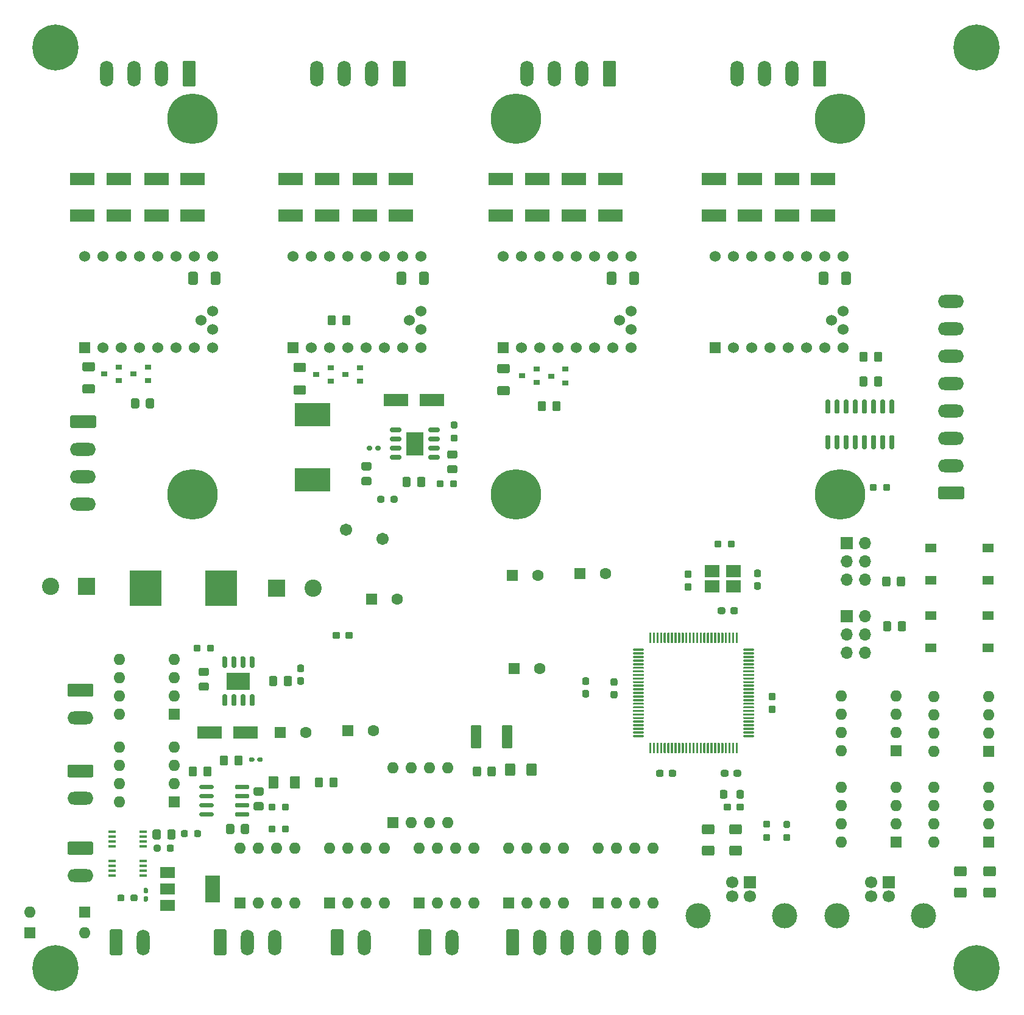
<source format=gts>
%TF.GenerationSoftware,KiCad,Pcbnew,(5.1.10)-1*%
%TF.CreationDate,2021-11-04T11:43:44+08:00*%
%TF.ProjectId,grbl_board,6772626c-5f62-46f6-9172-642e6b696361,rev?*%
%TF.SameCoordinates,Original*%
%TF.FileFunction,Soldermask,Top*%
%TF.FilePolarity,Negative*%
%FSLAX46Y46*%
G04 Gerber Fmt 4.6, Leading zero omitted, Abs format (unit mm)*
G04 Created by KiCad (PCBNEW (5.1.10)-1) date 2021-11-04 11:43:44*
%MOMM*%
%LPD*%
G01*
G04 APERTURE LIST*
%ADD10R,1.100000X0.400000*%
%ADD11C,3.500000*%
%ADD12C,1.700000*%
%ADD13R,1.700000X1.700000*%
%ADD14C,1.524000*%
%ADD15R,1.524000X1.524000*%
%ADD16C,7.000000*%
%ADD17O,3.600000X1.800000*%
%ADD18O,1.600000X1.600000*%
%ADD19R,1.600000X1.600000*%
%ADD20R,2.100000X1.725000*%
%ADD21R,3.200000X2.400000*%
%ADD22R,2.400000X3.200000*%
%ADD23R,1.550000X1.300000*%
%ADD24R,0.900000X0.800000*%
%ADD25R,2.000000X1.500000*%
%ADD26R,2.000000X3.800000*%
%ADD27R,4.950000X3.175000*%
%ADD28R,4.500000X5.000000*%
%ADD29O,1.700000X1.700000*%
%ADD30O,1.800000X3.600000*%
%ADD31C,6.400000*%
%ADD32C,1.710000*%
%ADD33R,3.500000X1.800000*%
%ADD34C,1.600000*%
%ADD35C,2.400000*%
%ADD36R,2.400000X2.400000*%
G04 APERTURE END LIST*
%TO.C,C50*%
G36*
G01*
X152071500Y-56880999D02*
X152071500Y-58181001D01*
G75*
G02*
X151821501Y-58431000I-249999J0D01*
G01*
X150996499Y-58431000D01*
G75*
G02*
X150746500Y-58181001I0J249999D01*
G01*
X150746500Y-56880999D01*
G75*
G02*
X150996499Y-56631000I249999J0D01*
G01*
X151821501Y-56631000D01*
G75*
G02*
X152071500Y-56880999I0J-249999D01*
G01*
G37*
G36*
G01*
X155196500Y-56880999D02*
X155196500Y-58181001D01*
G75*
G02*
X154946501Y-58431000I-249999J0D01*
G01*
X154121499Y-58431000D01*
G75*
G02*
X153871500Y-58181001I0J249999D01*
G01*
X153871500Y-56880999D01*
G75*
G02*
X154121499Y-56631000I249999J0D01*
G01*
X154946501Y-56631000D01*
G75*
G02*
X155196500Y-56880999I0J-249999D01*
G01*
G37*
%TD*%
%TO.C,C49*%
G36*
G01*
X122607500Y-56880999D02*
X122607500Y-58181001D01*
G75*
G02*
X122357501Y-58431000I-249999J0D01*
G01*
X121532499Y-58431000D01*
G75*
G02*
X121282500Y-58181001I0J249999D01*
G01*
X121282500Y-56880999D01*
G75*
G02*
X121532499Y-56631000I249999J0D01*
G01*
X122357501Y-56631000D01*
G75*
G02*
X122607500Y-56880999I0J-249999D01*
G01*
G37*
G36*
G01*
X125732500Y-56880999D02*
X125732500Y-58181001D01*
G75*
G02*
X125482501Y-58431000I-249999J0D01*
G01*
X124657499Y-58431000D01*
G75*
G02*
X124407500Y-58181001I0J249999D01*
G01*
X124407500Y-56880999D01*
G75*
G02*
X124657499Y-56631000I249999J0D01*
G01*
X125482501Y-56631000D01*
G75*
G02*
X125732500Y-56880999I0J-249999D01*
G01*
G37*
%TD*%
%TO.C,C48*%
G36*
G01*
X93397500Y-56880999D02*
X93397500Y-58181001D01*
G75*
G02*
X93147501Y-58431000I-249999J0D01*
G01*
X92322499Y-58431000D01*
G75*
G02*
X92072500Y-58181001I0J249999D01*
G01*
X92072500Y-56880999D01*
G75*
G02*
X92322499Y-56631000I249999J0D01*
G01*
X93147501Y-56631000D01*
G75*
G02*
X93397500Y-56880999I0J-249999D01*
G01*
G37*
G36*
G01*
X96522500Y-56880999D02*
X96522500Y-58181001D01*
G75*
G02*
X96272501Y-58431000I-249999J0D01*
G01*
X95447499Y-58431000D01*
G75*
G02*
X95197500Y-58181001I0J249999D01*
G01*
X95197500Y-56880999D01*
G75*
G02*
X95447499Y-56631000I249999J0D01*
G01*
X96272501Y-56631000D01*
G75*
G02*
X96522500Y-56880999I0J-249999D01*
G01*
G37*
%TD*%
%TO.C,C47*%
G36*
G01*
X64441500Y-56880999D02*
X64441500Y-58181001D01*
G75*
G02*
X64191501Y-58431000I-249999J0D01*
G01*
X63366499Y-58431000D01*
G75*
G02*
X63116500Y-58181001I0J249999D01*
G01*
X63116500Y-56880999D01*
G75*
G02*
X63366499Y-56631000I249999J0D01*
G01*
X64191501Y-56631000D01*
G75*
G02*
X64441500Y-56880999I0J-249999D01*
G01*
G37*
G36*
G01*
X67566500Y-56880999D02*
X67566500Y-58181001D01*
G75*
G02*
X67316501Y-58431000I-249999J0D01*
G01*
X66491499Y-58431000D01*
G75*
G02*
X66241500Y-58181001I0J249999D01*
G01*
X66241500Y-56880999D01*
G75*
G02*
X66491499Y-56631000I249999J0D01*
G01*
X67316501Y-56631000D01*
G75*
G02*
X67566500Y-56880999I0J-249999D01*
G01*
G37*
%TD*%
%TO.C,U22*%
G36*
G01*
X69635500Y-128420000D02*
X69635500Y-128120000D01*
G75*
G02*
X69785500Y-127970000I150000J0D01*
G01*
X71435500Y-127970000D01*
G75*
G02*
X71585500Y-128120000I0J-150000D01*
G01*
X71585500Y-128420000D01*
G75*
G02*
X71435500Y-128570000I-150000J0D01*
G01*
X69785500Y-128570000D01*
G75*
G02*
X69635500Y-128420000I0J150000D01*
G01*
G37*
G36*
G01*
X69635500Y-129690000D02*
X69635500Y-129390000D01*
G75*
G02*
X69785500Y-129240000I150000J0D01*
G01*
X71435500Y-129240000D01*
G75*
G02*
X71585500Y-129390000I0J-150000D01*
G01*
X71585500Y-129690000D01*
G75*
G02*
X71435500Y-129840000I-150000J0D01*
G01*
X69785500Y-129840000D01*
G75*
G02*
X69635500Y-129690000I0J150000D01*
G01*
G37*
G36*
G01*
X69635500Y-130960000D02*
X69635500Y-130660000D01*
G75*
G02*
X69785500Y-130510000I150000J0D01*
G01*
X71435500Y-130510000D01*
G75*
G02*
X71585500Y-130660000I0J-150000D01*
G01*
X71585500Y-130960000D01*
G75*
G02*
X71435500Y-131110000I-150000J0D01*
G01*
X69785500Y-131110000D01*
G75*
G02*
X69635500Y-130960000I0J150000D01*
G01*
G37*
G36*
G01*
X69635500Y-132230000D02*
X69635500Y-131930000D01*
G75*
G02*
X69785500Y-131780000I150000J0D01*
G01*
X71435500Y-131780000D01*
G75*
G02*
X71585500Y-131930000I0J-150000D01*
G01*
X71585500Y-132230000D01*
G75*
G02*
X71435500Y-132380000I-150000J0D01*
G01*
X69785500Y-132380000D01*
G75*
G02*
X69635500Y-132230000I0J150000D01*
G01*
G37*
G36*
G01*
X64685500Y-132230000D02*
X64685500Y-131930000D01*
G75*
G02*
X64835500Y-131780000I150000J0D01*
G01*
X66485500Y-131780000D01*
G75*
G02*
X66635500Y-131930000I0J-150000D01*
G01*
X66635500Y-132230000D01*
G75*
G02*
X66485500Y-132380000I-150000J0D01*
G01*
X64835500Y-132380000D01*
G75*
G02*
X64685500Y-132230000I0J150000D01*
G01*
G37*
G36*
G01*
X64685500Y-130960000D02*
X64685500Y-130660000D01*
G75*
G02*
X64835500Y-130510000I150000J0D01*
G01*
X66485500Y-130510000D01*
G75*
G02*
X66635500Y-130660000I0J-150000D01*
G01*
X66635500Y-130960000D01*
G75*
G02*
X66485500Y-131110000I-150000J0D01*
G01*
X64835500Y-131110000D01*
G75*
G02*
X64685500Y-130960000I0J150000D01*
G01*
G37*
G36*
G01*
X64685500Y-129690000D02*
X64685500Y-129390000D01*
G75*
G02*
X64835500Y-129240000I150000J0D01*
G01*
X66485500Y-129240000D01*
G75*
G02*
X66635500Y-129390000I0J-150000D01*
G01*
X66635500Y-129690000D01*
G75*
G02*
X66485500Y-129840000I-150000J0D01*
G01*
X64835500Y-129840000D01*
G75*
G02*
X64685500Y-129690000I0J150000D01*
G01*
G37*
G36*
G01*
X64685500Y-128420000D02*
X64685500Y-128120000D01*
G75*
G02*
X64835500Y-127970000I150000J0D01*
G01*
X66485500Y-127970000D01*
G75*
G02*
X66635500Y-128120000I0J-150000D01*
G01*
X66635500Y-128420000D01*
G75*
G02*
X66485500Y-128570000I-150000J0D01*
G01*
X64835500Y-128570000D01*
G75*
G02*
X64685500Y-128420000I0J150000D01*
G01*
G37*
%TD*%
D10*
%TO.C,RN1*%
X52523500Y-136484000D03*
X52523500Y-135834000D03*
X52523500Y-135184000D03*
X52523500Y-134534000D03*
X56823500Y-134534000D03*
X56823500Y-135184000D03*
X56823500Y-135834000D03*
X56823500Y-136484000D03*
%TD*%
D11*
%TO.C,J17*%
X153258000Y-146188000D03*
X165298000Y-146188000D03*
D12*
X160528000Y-143478000D03*
X158028000Y-143478000D03*
X158028000Y-141478000D03*
D13*
X160528000Y-141478000D03*
%TD*%
D11*
%TO.C,J3*%
X133954000Y-146188000D03*
X145994000Y-146188000D03*
D12*
X141224000Y-143478000D03*
X138724000Y-143478000D03*
X138724000Y-141478000D03*
D13*
X141224000Y-141478000D03*
%TD*%
D14*
%TO.C,U7*%
X123063000Y-63373000D03*
X124714000Y-62103000D03*
X124714000Y-64643000D03*
D15*
X106934000Y-67183000D03*
D14*
X109474000Y-67183000D03*
X112014000Y-67183000D03*
X114554000Y-67183000D03*
X117094000Y-67183000D03*
X119634000Y-67183000D03*
X122174000Y-67183000D03*
X124714000Y-67183000D03*
X124714000Y-54483000D03*
X122174000Y-54483000D03*
X119634000Y-54483000D03*
X117094000Y-54483000D03*
X114554000Y-54483000D03*
X112014000Y-54483000D03*
X109474000Y-54483000D03*
X106934000Y-54483000D03*
%TD*%
%TO.C,U5*%
X64897000Y-63373000D03*
X66548000Y-62103000D03*
X66548000Y-64643000D03*
D15*
X48768000Y-67183000D03*
D14*
X51308000Y-67183000D03*
X53848000Y-67183000D03*
X56388000Y-67183000D03*
X58928000Y-67183000D03*
X61468000Y-67183000D03*
X64008000Y-67183000D03*
X66548000Y-67183000D03*
X66548000Y-54483000D03*
X64008000Y-54483000D03*
X61468000Y-54483000D03*
X58928000Y-54483000D03*
X56388000Y-54483000D03*
X53848000Y-54483000D03*
X51308000Y-54483000D03*
X48768000Y-54483000D03*
%TD*%
D16*
%TO.C,HS1*%
X63712000Y-35368000D03*
X63712000Y-87568000D03*
X153712000Y-35368000D03*
X153712000Y-87568000D03*
X108712000Y-35368000D03*
X108712000Y-87568000D03*
%TD*%
D17*
%TO.C,J5*%
X48514000Y-88900000D03*
X48514000Y-85090000D03*
X48514000Y-81280000D03*
G36*
G01*
X46964000Y-76570000D02*
X50064000Y-76570000D01*
G75*
G02*
X50314000Y-76820000I0J-250000D01*
G01*
X50314000Y-78120000D01*
G75*
G02*
X50064000Y-78370000I-250000J0D01*
G01*
X46964000Y-78370000D01*
G75*
G02*
X46714000Y-78120000I0J250000D01*
G01*
X46714000Y-76820000D01*
G75*
G02*
X46964000Y-76570000I250000J0D01*
G01*
G37*
%TD*%
D18*
%TO.C,U15*%
X166751000Y-135890000D03*
X174371000Y-128270000D03*
X166751000Y-133350000D03*
X174371000Y-130810000D03*
X166751000Y-130810000D03*
X174371000Y-133350000D03*
X166751000Y-128270000D03*
D19*
X174371000Y-135890000D03*
%TD*%
D14*
%TO.C,U8*%
X152527000Y-63373000D03*
X154178000Y-62103000D03*
X154178000Y-64643000D03*
D15*
X136398000Y-67183000D03*
D14*
X138938000Y-67183000D03*
X141478000Y-67183000D03*
X144018000Y-67183000D03*
X146558000Y-67183000D03*
X149098000Y-67183000D03*
X151638000Y-67183000D03*
X154178000Y-67183000D03*
X154178000Y-54483000D03*
X151638000Y-54483000D03*
X149098000Y-54483000D03*
X146558000Y-54483000D03*
X144018000Y-54483000D03*
X141478000Y-54483000D03*
X138938000Y-54483000D03*
X136398000Y-54483000D03*
%TD*%
%TO.C,U6*%
X93853000Y-63373000D03*
X95504000Y-62103000D03*
X95504000Y-64643000D03*
D15*
X77724000Y-67183000D03*
D14*
X80264000Y-67183000D03*
X82804000Y-67183000D03*
X85344000Y-67183000D03*
X87884000Y-67183000D03*
X90424000Y-67183000D03*
X92964000Y-67183000D03*
X95504000Y-67183000D03*
X95504000Y-54483000D03*
X92964000Y-54483000D03*
X90424000Y-54483000D03*
X87884000Y-54483000D03*
X85344000Y-54483000D03*
X82804000Y-54483000D03*
X80264000Y-54483000D03*
X77724000Y-54483000D03*
%TD*%
D20*
%TO.C,Y1*%
X135964000Y-98226500D03*
X138864000Y-98226500D03*
X138864000Y-100401500D03*
X135964000Y-100401500D03*
%TD*%
%TO.C,U30*%
G36*
G01*
X152169000Y-76351000D02*
X151869000Y-76351000D01*
G75*
G02*
X151719000Y-76201000I0J150000D01*
G01*
X151719000Y-74551000D01*
G75*
G02*
X151869000Y-74401000I150000J0D01*
G01*
X152169000Y-74401000D01*
G75*
G02*
X152319000Y-74551000I0J-150000D01*
G01*
X152319000Y-76201000D01*
G75*
G02*
X152169000Y-76351000I-150000J0D01*
G01*
G37*
G36*
G01*
X153439000Y-76351000D02*
X153139000Y-76351000D01*
G75*
G02*
X152989000Y-76201000I0J150000D01*
G01*
X152989000Y-74551000D01*
G75*
G02*
X153139000Y-74401000I150000J0D01*
G01*
X153439000Y-74401000D01*
G75*
G02*
X153589000Y-74551000I0J-150000D01*
G01*
X153589000Y-76201000D01*
G75*
G02*
X153439000Y-76351000I-150000J0D01*
G01*
G37*
G36*
G01*
X154709000Y-76351000D02*
X154409000Y-76351000D01*
G75*
G02*
X154259000Y-76201000I0J150000D01*
G01*
X154259000Y-74551000D01*
G75*
G02*
X154409000Y-74401000I150000J0D01*
G01*
X154709000Y-74401000D01*
G75*
G02*
X154859000Y-74551000I0J-150000D01*
G01*
X154859000Y-76201000D01*
G75*
G02*
X154709000Y-76351000I-150000J0D01*
G01*
G37*
G36*
G01*
X155979000Y-76351000D02*
X155679000Y-76351000D01*
G75*
G02*
X155529000Y-76201000I0J150000D01*
G01*
X155529000Y-74551000D01*
G75*
G02*
X155679000Y-74401000I150000J0D01*
G01*
X155979000Y-74401000D01*
G75*
G02*
X156129000Y-74551000I0J-150000D01*
G01*
X156129000Y-76201000D01*
G75*
G02*
X155979000Y-76351000I-150000J0D01*
G01*
G37*
G36*
G01*
X157249000Y-76351000D02*
X156949000Y-76351000D01*
G75*
G02*
X156799000Y-76201000I0J150000D01*
G01*
X156799000Y-74551000D01*
G75*
G02*
X156949000Y-74401000I150000J0D01*
G01*
X157249000Y-74401000D01*
G75*
G02*
X157399000Y-74551000I0J-150000D01*
G01*
X157399000Y-76201000D01*
G75*
G02*
X157249000Y-76351000I-150000J0D01*
G01*
G37*
G36*
G01*
X158519000Y-76351000D02*
X158219000Y-76351000D01*
G75*
G02*
X158069000Y-76201000I0J150000D01*
G01*
X158069000Y-74551000D01*
G75*
G02*
X158219000Y-74401000I150000J0D01*
G01*
X158519000Y-74401000D01*
G75*
G02*
X158669000Y-74551000I0J-150000D01*
G01*
X158669000Y-76201000D01*
G75*
G02*
X158519000Y-76351000I-150000J0D01*
G01*
G37*
G36*
G01*
X159789000Y-76351000D02*
X159489000Y-76351000D01*
G75*
G02*
X159339000Y-76201000I0J150000D01*
G01*
X159339000Y-74551000D01*
G75*
G02*
X159489000Y-74401000I150000J0D01*
G01*
X159789000Y-74401000D01*
G75*
G02*
X159939000Y-74551000I0J-150000D01*
G01*
X159939000Y-76201000D01*
G75*
G02*
X159789000Y-76351000I-150000J0D01*
G01*
G37*
G36*
G01*
X161059000Y-76351000D02*
X160759000Y-76351000D01*
G75*
G02*
X160609000Y-76201000I0J150000D01*
G01*
X160609000Y-74551000D01*
G75*
G02*
X160759000Y-74401000I150000J0D01*
G01*
X161059000Y-74401000D01*
G75*
G02*
X161209000Y-74551000I0J-150000D01*
G01*
X161209000Y-76201000D01*
G75*
G02*
X161059000Y-76351000I-150000J0D01*
G01*
G37*
G36*
G01*
X161059000Y-81301000D02*
X160759000Y-81301000D01*
G75*
G02*
X160609000Y-81151000I0J150000D01*
G01*
X160609000Y-79501000D01*
G75*
G02*
X160759000Y-79351000I150000J0D01*
G01*
X161059000Y-79351000D01*
G75*
G02*
X161209000Y-79501000I0J-150000D01*
G01*
X161209000Y-81151000D01*
G75*
G02*
X161059000Y-81301000I-150000J0D01*
G01*
G37*
G36*
G01*
X159789000Y-81301000D02*
X159489000Y-81301000D01*
G75*
G02*
X159339000Y-81151000I0J150000D01*
G01*
X159339000Y-79501000D01*
G75*
G02*
X159489000Y-79351000I150000J0D01*
G01*
X159789000Y-79351000D01*
G75*
G02*
X159939000Y-79501000I0J-150000D01*
G01*
X159939000Y-81151000D01*
G75*
G02*
X159789000Y-81301000I-150000J0D01*
G01*
G37*
G36*
G01*
X158519000Y-81301000D02*
X158219000Y-81301000D01*
G75*
G02*
X158069000Y-81151000I0J150000D01*
G01*
X158069000Y-79501000D01*
G75*
G02*
X158219000Y-79351000I150000J0D01*
G01*
X158519000Y-79351000D01*
G75*
G02*
X158669000Y-79501000I0J-150000D01*
G01*
X158669000Y-81151000D01*
G75*
G02*
X158519000Y-81301000I-150000J0D01*
G01*
G37*
G36*
G01*
X157249000Y-81301000D02*
X156949000Y-81301000D01*
G75*
G02*
X156799000Y-81151000I0J150000D01*
G01*
X156799000Y-79501000D01*
G75*
G02*
X156949000Y-79351000I150000J0D01*
G01*
X157249000Y-79351000D01*
G75*
G02*
X157399000Y-79501000I0J-150000D01*
G01*
X157399000Y-81151000D01*
G75*
G02*
X157249000Y-81301000I-150000J0D01*
G01*
G37*
G36*
G01*
X155979000Y-81301000D02*
X155679000Y-81301000D01*
G75*
G02*
X155529000Y-81151000I0J150000D01*
G01*
X155529000Y-79501000D01*
G75*
G02*
X155679000Y-79351000I150000J0D01*
G01*
X155979000Y-79351000D01*
G75*
G02*
X156129000Y-79501000I0J-150000D01*
G01*
X156129000Y-81151000D01*
G75*
G02*
X155979000Y-81301000I-150000J0D01*
G01*
G37*
G36*
G01*
X154709000Y-81301000D02*
X154409000Y-81301000D01*
G75*
G02*
X154259000Y-81151000I0J150000D01*
G01*
X154259000Y-79501000D01*
G75*
G02*
X154409000Y-79351000I150000J0D01*
G01*
X154709000Y-79351000D01*
G75*
G02*
X154859000Y-79501000I0J-150000D01*
G01*
X154859000Y-81151000D01*
G75*
G02*
X154709000Y-81301000I-150000J0D01*
G01*
G37*
G36*
G01*
X153439000Y-81301000D02*
X153139000Y-81301000D01*
G75*
G02*
X152989000Y-81151000I0J150000D01*
G01*
X152989000Y-79501000D01*
G75*
G02*
X153139000Y-79351000I150000J0D01*
G01*
X153439000Y-79351000D01*
G75*
G02*
X153589000Y-79501000I0J-150000D01*
G01*
X153589000Y-81151000D01*
G75*
G02*
X153439000Y-81301000I-150000J0D01*
G01*
G37*
G36*
G01*
X152169000Y-81301000D02*
X151869000Y-81301000D01*
G75*
G02*
X151719000Y-81151000I0J150000D01*
G01*
X151719000Y-79501000D01*
G75*
G02*
X151869000Y-79351000I150000J0D01*
G01*
X152169000Y-79351000D01*
G75*
G02*
X152319000Y-79501000I0J-150000D01*
G01*
X152319000Y-81151000D01*
G75*
G02*
X152169000Y-81301000I-150000J0D01*
G01*
G37*
%TD*%
D10*
%TO.C,U23*%
X56823500Y-138598000D03*
X56823500Y-139248000D03*
X56823500Y-139898000D03*
X56823500Y-140548000D03*
X52523500Y-140548000D03*
X52523500Y-139898000D03*
X52523500Y-139248000D03*
X52523500Y-138598000D03*
%TD*%
D21*
%TO.C,U21*%
X70104000Y-113538000D03*
G36*
G01*
X68349000Y-111688000D02*
X68049000Y-111688000D01*
G75*
G02*
X67899000Y-111538000I0J150000D01*
G01*
X67899000Y-110238000D01*
G75*
G02*
X68049000Y-110088000I150000J0D01*
G01*
X68349000Y-110088000D01*
G75*
G02*
X68499000Y-110238000I0J-150000D01*
G01*
X68499000Y-111538000D01*
G75*
G02*
X68349000Y-111688000I-150000J0D01*
G01*
G37*
G36*
G01*
X69619000Y-111688000D02*
X69319000Y-111688000D01*
G75*
G02*
X69169000Y-111538000I0J150000D01*
G01*
X69169000Y-110238000D01*
G75*
G02*
X69319000Y-110088000I150000J0D01*
G01*
X69619000Y-110088000D01*
G75*
G02*
X69769000Y-110238000I0J-150000D01*
G01*
X69769000Y-111538000D01*
G75*
G02*
X69619000Y-111688000I-150000J0D01*
G01*
G37*
G36*
G01*
X70889000Y-111688000D02*
X70589000Y-111688000D01*
G75*
G02*
X70439000Y-111538000I0J150000D01*
G01*
X70439000Y-110238000D01*
G75*
G02*
X70589000Y-110088000I150000J0D01*
G01*
X70889000Y-110088000D01*
G75*
G02*
X71039000Y-110238000I0J-150000D01*
G01*
X71039000Y-111538000D01*
G75*
G02*
X70889000Y-111688000I-150000J0D01*
G01*
G37*
G36*
G01*
X72159000Y-111688000D02*
X71859000Y-111688000D01*
G75*
G02*
X71709000Y-111538000I0J150000D01*
G01*
X71709000Y-110238000D01*
G75*
G02*
X71859000Y-110088000I150000J0D01*
G01*
X72159000Y-110088000D01*
G75*
G02*
X72309000Y-110238000I0J-150000D01*
G01*
X72309000Y-111538000D01*
G75*
G02*
X72159000Y-111688000I-150000J0D01*
G01*
G37*
G36*
G01*
X72159000Y-116988000D02*
X71859000Y-116988000D01*
G75*
G02*
X71709000Y-116838000I0J150000D01*
G01*
X71709000Y-115538000D01*
G75*
G02*
X71859000Y-115388000I150000J0D01*
G01*
X72159000Y-115388000D01*
G75*
G02*
X72309000Y-115538000I0J-150000D01*
G01*
X72309000Y-116838000D01*
G75*
G02*
X72159000Y-116988000I-150000J0D01*
G01*
G37*
G36*
G01*
X70889000Y-116988000D02*
X70589000Y-116988000D01*
G75*
G02*
X70439000Y-116838000I0J150000D01*
G01*
X70439000Y-115538000D01*
G75*
G02*
X70589000Y-115388000I150000J0D01*
G01*
X70889000Y-115388000D01*
G75*
G02*
X71039000Y-115538000I0J-150000D01*
G01*
X71039000Y-116838000D01*
G75*
G02*
X70889000Y-116988000I-150000J0D01*
G01*
G37*
G36*
G01*
X69619000Y-116988000D02*
X69319000Y-116988000D01*
G75*
G02*
X69169000Y-116838000I0J150000D01*
G01*
X69169000Y-115538000D01*
G75*
G02*
X69319000Y-115388000I150000J0D01*
G01*
X69619000Y-115388000D01*
G75*
G02*
X69769000Y-115538000I0J-150000D01*
G01*
X69769000Y-116838000D01*
G75*
G02*
X69619000Y-116988000I-150000J0D01*
G01*
G37*
G36*
G01*
X68349000Y-116988000D02*
X68049000Y-116988000D01*
G75*
G02*
X67899000Y-116838000I0J150000D01*
G01*
X67899000Y-115538000D01*
G75*
G02*
X68049000Y-115388000I150000J0D01*
G01*
X68349000Y-115388000D01*
G75*
G02*
X68499000Y-115538000I0J-150000D01*
G01*
X68499000Y-116838000D01*
G75*
G02*
X68349000Y-116988000I-150000J0D01*
G01*
G37*
%TD*%
D18*
%TO.C,U20*%
X91567000Y-125603000D03*
X99187000Y-133223000D03*
X94107000Y-125603000D03*
X96647000Y-133223000D03*
X96647000Y-125603000D03*
X94107000Y-133223000D03*
X99187000Y-125603000D03*
D19*
X91567000Y-133223000D03*
%TD*%
D18*
%TO.C,U19*%
X53594000Y-130302000D03*
X61214000Y-122682000D03*
X53594000Y-127762000D03*
X61214000Y-125222000D03*
X53594000Y-125222000D03*
X61214000Y-127762000D03*
X53594000Y-122682000D03*
D19*
X61214000Y-130302000D03*
%TD*%
D18*
%TO.C,U18*%
X53594000Y-118110000D03*
X61214000Y-110490000D03*
X53594000Y-115570000D03*
X61214000Y-113030000D03*
X53594000Y-113030000D03*
X61214000Y-115570000D03*
X53594000Y-110490000D03*
D19*
X61214000Y-118110000D03*
%TD*%
D18*
%TO.C,U17*%
X153860500Y-123190000D03*
X161480500Y-115570000D03*
X153860500Y-120650000D03*
X161480500Y-118110000D03*
X153860500Y-118110000D03*
X161480500Y-120650000D03*
X153860500Y-115570000D03*
D19*
X161480500Y-123190000D03*
%TD*%
D18*
%TO.C,U16*%
X166751000Y-123317000D03*
X174371000Y-115697000D03*
X166751000Y-120777000D03*
X174371000Y-118237000D03*
X166751000Y-118237000D03*
X174371000Y-120777000D03*
X166751000Y-115697000D03*
D19*
X174371000Y-123317000D03*
%TD*%
D18*
%TO.C,U14*%
X153860500Y-135890000D03*
X161480500Y-128270000D03*
X153860500Y-133350000D03*
X161480500Y-130810000D03*
X153860500Y-130810000D03*
X161480500Y-133350000D03*
X153860500Y-128270000D03*
D19*
X161480500Y-135890000D03*
%TD*%
D18*
%TO.C,U13*%
X82804000Y-136779000D03*
X90424000Y-144399000D03*
X85344000Y-136779000D03*
X87884000Y-144399000D03*
X87884000Y-136779000D03*
X85344000Y-144399000D03*
X90424000Y-136779000D03*
D19*
X82804000Y-144399000D03*
%TD*%
D18*
%TO.C,U12*%
X70358000Y-136779000D03*
X77978000Y-144399000D03*
X72898000Y-136779000D03*
X75438000Y-144399000D03*
X75438000Y-136779000D03*
X72898000Y-144399000D03*
X77978000Y-136779000D03*
D19*
X70358000Y-144399000D03*
%TD*%
D18*
%TO.C,U11*%
X95250000Y-136779000D03*
X102870000Y-144399000D03*
X97790000Y-136779000D03*
X100330000Y-144399000D03*
X100330000Y-136779000D03*
X97790000Y-144399000D03*
X102870000Y-136779000D03*
D19*
X95250000Y-144399000D03*
%TD*%
D18*
%TO.C,U10*%
X107696000Y-136779000D03*
X115316000Y-144399000D03*
X110236000Y-136779000D03*
X112776000Y-144399000D03*
X112776000Y-136779000D03*
X110236000Y-144399000D03*
X115316000Y-136779000D03*
D19*
X107696000Y-144399000D03*
%TD*%
D18*
%TO.C,U9*%
X120142000Y-136779000D03*
X127762000Y-144399000D03*
X122682000Y-136779000D03*
X125222000Y-144399000D03*
X125222000Y-136779000D03*
X122682000Y-144399000D03*
X127762000Y-136779000D03*
D19*
X120142000Y-144399000D03*
%TD*%
D22*
%TO.C,U4*%
X94615000Y-80518000D03*
G36*
G01*
X96465000Y-78763000D02*
X96465000Y-78463000D01*
G75*
G02*
X96615000Y-78313000I150000J0D01*
G01*
X97915000Y-78313000D01*
G75*
G02*
X98065000Y-78463000I0J-150000D01*
G01*
X98065000Y-78763000D01*
G75*
G02*
X97915000Y-78913000I-150000J0D01*
G01*
X96615000Y-78913000D01*
G75*
G02*
X96465000Y-78763000I0J150000D01*
G01*
G37*
G36*
G01*
X96465000Y-80033000D02*
X96465000Y-79733000D01*
G75*
G02*
X96615000Y-79583000I150000J0D01*
G01*
X97915000Y-79583000D01*
G75*
G02*
X98065000Y-79733000I0J-150000D01*
G01*
X98065000Y-80033000D01*
G75*
G02*
X97915000Y-80183000I-150000J0D01*
G01*
X96615000Y-80183000D01*
G75*
G02*
X96465000Y-80033000I0J150000D01*
G01*
G37*
G36*
G01*
X96465000Y-81303000D02*
X96465000Y-81003000D01*
G75*
G02*
X96615000Y-80853000I150000J0D01*
G01*
X97915000Y-80853000D01*
G75*
G02*
X98065000Y-81003000I0J-150000D01*
G01*
X98065000Y-81303000D01*
G75*
G02*
X97915000Y-81453000I-150000J0D01*
G01*
X96615000Y-81453000D01*
G75*
G02*
X96465000Y-81303000I0J150000D01*
G01*
G37*
G36*
G01*
X96465000Y-82573000D02*
X96465000Y-82273000D01*
G75*
G02*
X96615000Y-82123000I150000J0D01*
G01*
X97915000Y-82123000D01*
G75*
G02*
X98065000Y-82273000I0J-150000D01*
G01*
X98065000Y-82573000D01*
G75*
G02*
X97915000Y-82723000I-150000J0D01*
G01*
X96615000Y-82723000D01*
G75*
G02*
X96465000Y-82573000I0J150000D01*
G01*
G37*
G36*
G01*
X91165000Y-82573000D02*
X91165000Y-82273000D01*
G75*
G02*
X91315000Y-82123000I150000J0D01*
G01*
X92615000Y-82123000D01*
G75*
G02*
X92765000Y-82273000I0J-150000D01*
G01*
X92765000Y-82573000D01*
G75*
G02*
X92615000Y-82723000I-150000J0D01*
G01*
X91315000Y-82723000D01*
G75*
G02*
X91165000Y-82573000I0J150000D01*
G01*
G37*
G36*
G01*
X91165000Y-81303000D02*
X91165000Y-81003000D01*
G75*
G02*
X91315000Y-80853000I150000J0D01*
G01*
X92615000Y-80853000D01*
G75*
G02*
X92765000Y-81003000I0J-150000D01*
G01*
X92765000Y-81303000D01*
G75*
G02*
X92615000Y-81453000I-150000J0D01*
G01*
X91315000Y-81453000D01*
G75*
G02*
X91165000Y-81303000I0J150000D01*
G01*
G37*
G36*
G01*
X91165000Y-80033000D02*
X91165000Y-79733000D01*
G75*
G02*
X91315000Y-79583000I150000J0D01*
G01*
X92615000Y-79583000D01*
G75*
G02*
X92765000Y-79733000I0J-150000D01*
G01*
X92765000Y-80033000D01*
G75*
G02*
X92615000Y-80183000I-150000J0D01*
G01*
X91315000Y-80183000D01*
G75*
G02*
X91165000Y-80033000I0J150000D01*
G01*
G37*
G36*
G01*
X91165000Y-78763000D02*
X91165000Y-78463000D01*
G75*
G02*
X91315000Y-78313000I150000J0D01*
G01*
X92615000Y-78313000D01*
G75*
G02*
X92765000Y-78463000I0J-150000D01*
G01*
X92765000Y-78763000D01*
G75*
G02*
X92615000Y-78913000I-150000J0D01*
G01*
X91315000Y-78913000D01*
G75*
G02*
X91165000Y-78763000I0J150000D01*
G01*
G37*
%TD*%
%TO.C,U2*%
G36*
G01*
X139500000Y-122189000D02*
X139500000Y-123514000D01*
G75*
G02*
X139425000Y-123589000I-75000J0D01*
G01*
X139275000Y-123589000D01*
G75*
G02*
X139200000Y-123514000I0J75000D01*
G01*
X139200000Y-122189000D01*
G75*
G02*
X139275000Y-122114000I75000J0D01*
G01*
X139425000Y-122114000D01*
G75*
G02*
X139500000Y-122189000I0J-75000D01*
G01*
G37*
G36*
G01*
X139000000Y-122189000D02*
X139000000Y-123514000D01*
G75*
G02*
X138925000Y-123589000I-75000J0D01*
G01*
X138775000Y-123589000D01*
G75*
G02*
X138700000Y-123514000I0J75000D01*
G01*
X138700000Y-122189000D01*
G75*
G02*
X138775000Y-122114000I75000J0D01*
G01*
X138925000Y-122114000D01*
G75*
G02*
X139000000Y-122189000I0J-75000D01*
G01*
G37*
G36*
G01*
X138500000Y-122189000D02*
X138500000Y-123514000D01*
G75*
G02*
X138425000Y-123589000I-75000J0D01*
G01*
X138275000Y-123589000D01*
G75*
G02*
X138200000Y-123514000I0J75000D01*
G01*
X138200000Y-122189000D01*
G75*
G02*
X138275000Y-122114000I75000J0D01*
G01*
X138425000Y-122114000D01*
G75*
G02*
X138500000Y-122189000I0J-75000D01*
G01*
G37*
G36*
G01*
X138000000Y-122189000D02*
X138000000Y-123514000D01*
G75*
G02*
X137925000Y-123589000I-75000J0D01*
G01*
X137775000Y-123589000D01*
G75*
G02*
X137700000Y-123514000I0J75000D01*
G01*
X137700000Y-122189000D01*
G75*
G02*
X137775000Y-122114000I75000J0D01*
G01*
X137925000Y-122114000D01*
G75*
G02*
X138000000Y-122189000I0J-75000D01*
G01*
G37*
G36*
G01*
X137500000Y-122189000D02*
X137500000Y-123514000D01*
G75*
G02*
X137425000Y-123589000I-75000J0D01*
G01*
X137275000Y-123589000D01*
G75*
G02*
X137200000Y-123514000I0J75000D01*
G01*
X137200000Y-122189000D01*
G75*
G02*
X137275000Y-122114000I75000J0D01*
G01*
X137425000Y-122114000D01*
G75*
G02*
X137500000Y-122189000I0J-75000D01*
G01*
G37*
G36*
G01*
X137000000Y-122189000D02*
X137000000Y-123514000D01*
G75*
G02*
X136925000Y-123589000I-75000J0D01*
G01*
X136775000Y-123589000D01*
G75*
G02*
X136700000Y-123514000I0J75000D01*
G01*
X136700000Y-122189000D01*
G75*
G02*
X136775000Y-122114000I75000J0D01*
G01*
X136925000Y-122114000D01*
G75*
G02*
X137000000Y-122189000I0J-75000D01*
G01*
G37*
G36*
G01*
X136500000Y-122189000D02*
X136500000Y-123514000D01*
G75*
G02*
X136425000Y-123589000I-75000J0D01*
G01*
X136275000Y-123589000D01*
G75*
G02*
X136200000Y-123514000I0J75000D01*
G01*
X136200000Y-122189000D01*
G75*
G02*
X136275000Y-122114000I75000J0D01*
G01*
X136425000Y-122114000D01*
G75*
G02*
X136500000Y-122189000I0J-75000D01*
G01*
G37*
G36*
G01*
X136000000Y-122189000D02*
X136000000Y-123514000D01*
G75*
G02*
X135925000Y-123589000I-75000J0D01*
G01*
X135775000Y-123589000D01*
G75*
G02*
X135700000Y-123514000I0J75000D01*
G01*
X135700000Y-122189000D01*
G75*
G02*
X135775000Y-122114000I75000J0D01*
G01*
X135925000Y-122114000D01*
G75*
G02*
X136000000Y-122189000I0J-75000D01*
G01*
G37*
G36*
G01*
X135500000Y-122189000D02*
X135500000Y-123514000D01*
G75*
G02*
X135425000Y-123589000I-75000J0D01*
G01*
X135275000Y-123589000D01*
G75*
G02*
X135200000Y-123514000I0J75000D01*
G01*
X135200000Y-122189000D01*
G75*
G02*
X135275000Y-122114000I75000J0D01*
G01*
X135425000Y-122114000D01*
G75*
G02*
X135500000Y-122189000I0J-75000D01*
G01*
G37*
G36*
G01*
X135000000Y-122189000D02*
X135000000Y-123514000D01*
G75*
G02*
X134925000Y-123589000I-75000J0D01*
G01*
X134775000Y-123589000D01*
G75*
G02*
X134700000Y-123514000I0J75000D01*
G01*
X134700000Y-122189000D01*
G75*
G02*
X134775000Y-122114000I75000J0D01*
G01*
X134925000Y-122114000D01*
G75*
G02*
X135000000Y-122189000I0J-75000D01*
G01*
G37*
G36*
G01*
X134500000Y-122189000D02*
X134500000Y-123514000D01*
G75*
G02*
X134425000Y-123589000I-75000J0D01*
G01*
X134275000Y-123589000D01*
G75*
G02*
X134200000Y-123514000I0J75000D01*
G01*
X134200000Y-122189000D01*
G75*
G02*
X134275000Y-122114000I75000J0D01*
G01*
X134425000Y-122114000D01*
G75*
G02*
X134500000Y-122189000I0J-75000D01*
G01*
G37*
G36*
G01*
X134000000Y-122189000D02*
X134000000Y-123514000D01*
G75*
G02*
X133925000Y-123589000I-75000J0D01*
G01*
X133775000Y-123589000D01*
G75*
G02*
X133700000Y-123514000I0J75000D01*
G01*
X133700000Y-122189000D01*
G75*
G02*
X133775000Y-122114000I75000J0D01*
G01*
X133925000Y-122114000D01*
G75*
G02*
X134000000Y-122189000I0J-75000D01*
G01*
G37*
G36*
G01*
X133500000Y-122189000D02*
X133500000Y-123514000D01*
G75*
G02*
X133425000Y-123589000I-75000J0D01*
G01*
X133275000Y-123589000D01*
G75*
G02*
X133200000Y-123514000I0J75000D01*
G01*
X133200000Y-122189000D01*
G75*
G02*
X133275000Y-122114000I75000J0D01*
G01*
X133425000Y-122114000D01*
G75*
G02*
X133500000Y-122189000I0J-75000D01*
G01*
G37*
G36*
G01*
X133000000Y-122189000D02*
X133000000Y-123514000D01*
G75*
G02*
X132925000Y-123589000I-75000J0D01*
G01*
X132775000Y-123589000D01*
G75*
G02*
X132700000Y-123514000I0J75000D01*
G01*
X132700000Y-122189000D01*
G75*
G02*
X132775000Y-122114000I75000J0D01*
G01*
X132925000Y-122114000D01*
G75*
G02*
X133000000Y-122189000I0J-75000D01*
G01*
G37*
G36*
G01*
X132500000Y-122189000D02*
X132500000Y-123514000D01*
G75*
G02*
X132425000Y-123589000I-75000J0D01*
G01*
X132275000Y-123589000D01*
G75*
G02*
X132200000Y-123514000I0J75000D01*
G01*
X132200000Y-122189000D01*
G75*
G02*
X132275000Y-122114000I75000J0D01*
G01*
X132425000Y-122114000D01*
G75*
G02*
X132500000Y-122189000I0J-75000D01*
G01*
G37*
G36*
G01*
X132000000Y-122189000D02*
X132000000Y-123514000D01*
G75*
G02*
X131925000Y-123589000I-75000J0D01*
G01*
X131775000Y-123589000D01*
G75*
G02*
X131700000Y-123514000I0J75000D01*
G01*
X131700000Y-122189000D01*
G75*
G02*
X131775000Y-122114000I75000J0D01*
G01*
X131925000Y-122114000D01*
G75*
G02*
X132000000Y-122189000I0J-75000D01*
G01*
G37*
G36*
G01*
X131500000Y-122189000D02*
X131500000Y-123514000D01*
G75*
G02*
X131425000Y-123589000I-75000J0D01*
G01*
X131275000Y-123589000D01*
G75*
G02*
X131200000Y-123514000I0J75000D01*
G01*
X131200000Y-122189000D01*
G75*
G02*
X131275000Y-122114000I75000J0D01*
G01*
X131425000Y-122114000D01*
G75*
G02*
X131500000Y-122189000I0J-75000D01*
G01*
G37*
G36*
G01*
X131000000Y-122189000D02*
X131000000Y-123514000D01*
G75*
G02*
X130925000Y-123589000I-75000J0D01*
G01*
X130775000Y-123589000D01*
G75*
G02*
X130700000Y-123514000I0J75000D01*
G01*
X130700000Y-122189000D01*
G75*
G02*
X130775000Y-122114000I75000J0D01*
G01*
X130925000Y-122114000D01*
G75*
G02*
X131000000Y-122189000I0J-75000D01*
G01*
G37*
G36*
G01*
X130500000Y-122189000D02*
X130500000Y-123514000D01*
G75*
G02*
X130425000Y-123589000I-75000J0D01*
G01*
X130275000Y-123589000D01*
G75*
G02*
X130200000Y-123514000I0J75000D01*
G01*
X130200000Y-122189000D01*
G75*
G02*
X130275000Y-122114000I75000J0D01*
G01*
X130425000Y-122114000D01*
G75*
G02*
X130500000Y-122189000I0J-75000D01*
G01*
G37*
G36*
G01*
X130000000Y-122189000D02*
X130000000Y-123514000D01*
G75*
G02*
X129925000Y-123589000I-75000J0D01*
G01*
X129775000Y-123589000D01*
G75*
G02*
X129700000Y-123514000I0J75000D01*
G01*
X129700000Y-122189000D01*
G75*
G02*
X129775000Y-122114000I75000J0D01*
G01*
X129925000Y-122114000D01*
G75*
G02*
X130000000Y-122189000I0J-75000D01*
G01*
G37*
G36*
G01*
X129500000Y-122189000D02*
X129500000Y-123514000D01*
G75*
G02*
X129425000Y-123589000I-75000J0D01*
G01*
X129275000Y-123589000D01*
G75*
G02*
X129200000Y-123514000I0J75000D01*
G01*
X129200000Y-122189000D01*
G75*
G02*
X129275000Y-122114000I75000J0D01*
G01*
X129425000Y-122114000D01*
G75*
G02*
X129500000Y-122189000I0J-75000D01*
G01*
G37*
G36*
G01*
X129000000Y-122189000D02*
X129000000Y-123514000D01*
G75*
G02*
X128925000Y-123589000I-75000J0D01*
G01*
X128775000Y-123589000D01*
G75*
G02*
X128700000Y-123514000I0J75000D01*
G01*
X128700000Y-122189000D01*
G75*
G02*
X128775000Y-122114000I75000J0D01*
G01*
X128925000Y-122114000D01*
G75*
G02*
X129000000Y-122189000I0J-75000D01*
G01*
G37*
G36*
G01*
X128500000Y-122189000D02*
X128500000Y-123514000D01*
G75*
G02*
X128425000Y-123589000I-75000J0D01*
G01*
X128275000Y-123589000D01*
G75*
G02*
X128200000Y-123514000I0J75000D01*
G01*
X128200000Y-122189000D01*
G75*
G02*
X128275000Y-122114000I75000J0D01*
G01*
X128425000Y-122114000D01*
G75*
G02*
X128500000Y-122189000I0J-75000D01*
G01*
G37*
G36*
G01*
X128000000Y-122189000D02*
X128000000Y-123514000D01*
G75*
G02*
X127925000Y-123589000I-75000J0D01*
G01*
X127775000Y-123589000D01*
G75*
G02*
X127700000Y-123514000I0J75000D01*
G01*
X127700000Y-122189000D01*
G75*
G02*
X127775000Y-122114000I75000J0D01*
G01*
X127925000Y-122114000D01*
G75*
G02*
X128000000Y-122189000I0J-75000D01*
G01*
G37*
G36*
G01*
X127500000Y-122189000D02*
X127500000Y-123514000D01*
G75*
G02*
X127425000Y-123589000I-75000J0D01*
G01*
X127275000Y-123589000D01*
G75*
G02*
X127200000Y-123514000I0J75000D01*
G01*
X127200000Y-122189000D01*
G75*
G02*
X127275000Y-122114000I75000J0D01*
G01*
X127425000Y-122114000D01*
G75*
G02*
X127500000Y-122189000I0J-75000D01*
G01*
G37*
G36*
G01*
X126425000Y-121114000D02*
X126425000Y-121264000D01*
G75*
G02*
X126350000Y-121339000I-75000J0D01*
G01*
X125025000Y-121339000D01*
G75*
G02*
X124950000Y-121264000I0J75000D01*
G01*
X124950000Y-121114000D01*
G75*
G02*
X125025000Y-121039000I75000J0D01*
G01*
X126350000Y-121039000D01*
G75*
G02*
X126425000Y-121114000I0J-75000D01*
G01*
G37*
G36*
G01*
X126425000Y-120614000D02*
X126425000Y-120764000D01*
G75*
G02*
X126350000Y-120839000I-75000J0D01*
G01*
X125025000Y-120839000D01*
G75*
G02*
X124950000Y-120764000I0J75000D01*
G01*
X124950000Y-120614000D01*
G75*
G02*
X125025000Y-120539000I75000J0D01*
G01*
X126350000Y-120539000D01*
G75*
G02*
X126425000Y-120614000I0J-75000D01*
G01*
G37*
G36*
G01*
X126425000Y-120114000D02*
X126425000Y-120264000D01*
G75*
G02*
X126350000Y-120339000I-75000J0D01*
G01*
X125025000Y-120339000D01*
G75*
G02*
X124950000Y-120264000I0J75000D01*
G01*
X124950000Y-120114000D01*
G75*
G02*
X125025000Y-120039000I75000J0D01*
G01*
X126350000Y-120039000D01*
G75*
G02*
X126425000Y-120114000I0J-75000D01*
G01*
G37*
G36*
G01*
X126425000Y-119614000D02*
X126425000Y-119764000D01*
G75*
G02*
X126350000Y-119839000I-75000J0D01*
G01*
X125025000Y-119839000D01*
G75*
G02*
X124950000Y-119764000I0J75000D01*
G01*
X124950000Y-119614000D01*
G75*
G02*
X125025000Y-119539000I75000J0D01*
G01*
X126350000Y-119539000D01*
G75*
G02*
X126425000Y-119614000I0J-75000D01*
G01*
G37*
G36*
G01*
X126425000Y-119114000D02*
X126425000Y-119264000D01*
G75*
G02*
X126350000Y-119339000I-75000J0D01*
G01*
X125025000Y-119339000D01*
G75*
G02*
X124950000Y-119264000I0J75000D01*
G01*
X124950000Y-119114000D01*
G75*
G02*
X125025000Y-119039000I75000J0D01*
G01*
X126350000Y-119039000D01*
G75*
G02*
X126425000Y-119114000I0J-75000D01*
G01*
G37*
G36*
G01*
X126425000Y-118614000D02*
X126425000Y-118764000D01*
G75*
G02*
X126350000Y-118839000I-75000J0D01*
G01*
X125025000Y-118839000D01*
G75*
G02*
X124950000Y-118764000I0J75000D01*
G01*
X124950000Y-118614000D01*
G75*
G02*
X125025000Y-118539000I75000J0D01*
G01*
X126350000Y-118539000D01*
G75*
G02*
X126425000Y-118614000I0J-75000D01*
G01*
G37*
G36*
G01*
X126425000Y-118114000D02*
X126425000Y-118264000D01*
G75*
G02*
X126350000Y-118339000I-75000J0D01*
G01*
X125025000Y-118339000D01*
G75*
G02*
X124950000Y-118264000I0J75000D01*
G01*
X124950000Y-118114000D01*
G75*
G02*
X125025000Y-118039000I75000J0D01*
G01*
X126350000Y-118039000D01*
G75*
G02*
X126425000Y-118114000I0J-75000D01*
G01*
G37*
G36*
G01*
X126425000Y-117614000D02*
X126425000Y-117764000D01*
G75*
G02*
X126350000Y-117839000I-75000J0D01*
G01*
X125025000Y-117839000D01*
G75*
G02*
X124950000Y-117764000I0J75000D01*
G01*
X124950000Y-117614000D01*
G75*
G02*
X125025000Y-117539000I75000J0D01*
G01*
X126350000Y-117539000D01*
G75*
G02*
X126425000Y-117614000I0J-75000D01*
G01*
G37*
G36*
G01*
X126425000Y-117114000D02*
X126425000Y-117264000D01*
G75*
G02*
X126350000Y-117339000I-75000J0D01*
G01*
X125025000Y-117339000D01*
G75*
G02*
X124950000Y-117264000I0J75000D01*
G01*
X124950000Y-117114000D01*
G75*
G02*
X125025000Y-117039000I75000J0D01*
G01*
X126350000Y-117039000D01*
G75*
G02*
X126425000Y-117114000I0J-75000D01*
G01*
G37*
G36*
G01*
X126425000Y-116614000D02*
X126425000Y-116764000D01*
G75*
G02*
X126350000Y-116839000I-75000J0D01*
G01*
X125025000Y-116839000D01*
G75*
G02*
X124950000Y-116764000I0J75000D01*
G01*
X124950000Y-116614000D01*
G75*
G02*
X125025000Y-116539000I75000J0D01*
G01*
X126350000Y-116539000D01*
G75*
G02*
X126425000Y-116614000I0J-75000D01*
G01*
G37*
G36*
G01*
X126425000Y-116114000D02*
X126425000Y-116264000D01*
G75*
G02*
X126350000Y-116339000I-75000J0D01*
G01*
X125025000Y-116339000D01*
G75*
G02*
X124950000Y-116264000I0J75000D01*
G01*
X124950000Y-116114000D01*
G75*
G02*
X125025000Y-116039000I75000J0D01*
G01*
X126350000Y-116039000D01*
G75*
G02*
X126425000Y-116114000I0J-75000D01*
G01*
G37*
G36*
G01*
X126425000Y-115614000D02*
X126425000Y-115764000D01*
G75*
G02*
X126350000Y-115839000I-75000J0D01*
G01*
X125025000Y-115839000D01*
G75*
G02*
X124950000Y-115764000I0J75000D01*
G01*
X124950000Y-115614000D01*
G75*
G02*
X125025000Y-115539000I75000J0D01*
G01*
X126350000Y-115539000D01*
G75*
G02*
X126425000Y-115614000I0J-75000D01*
G01*
G37*
G36*
G01*
X126425000Y-115114000D02*
X126425000Y-115264000D01*
G75*
G02*
X126350000Y-115339000I-75000J0D01*
G01*
X125025000Y-115339000D01*
G75*
G02*
X124950000Y-115264000I0J75000D01*
G01*
X124950000Y-115114000D01*
G75*
G02*
X125025000Y-115039000I75000J0D01*
G01*
X126350000Y-115039000D01*
G75*
G02*
X126425000Y-115114000I0J-75000D01*
G01*
G37*
G36*
G01*
X126425000Y-114614000D02*
X126425000Y-114764000D01*
G75*
G02*
X126350000Y-114839000I-75000J0D01*
G01*
X125025000Y-114839000D01*
G75*
G02*
X124950000Y-114764000I0J75000D01*
G01*
X124950000Y-114614000D01*
G75*
G02*
X125025000Y-114539000I75000J0D01*
G01*
X126350000Y-114539000D01*
G75*
G02*
X126425000Y-114614000I0J-75000D01*
G01*
G37*
G36*
G01*
X126425000Y-114114000D02*
X126425000Y-114264000D01*
G75*
G02*
X126350000Y-114339000I-75000J0D01*
G01*
X125025000Y-114339000D01*
G75*
G02*
X124950000Y-114264000I0J75000D01*
G01*
X124950000Y-114114000D01*
G75*
G02*
X125025000Y-114039000I75000J0D01*
G01*
X126350000Y-114039000D01*
G75*
G02*
X126425000Y-114114000I0J-75000D01*
G01*
G37*
G36*
G01*
X126425000Y-113614000D02*
X126425000Y-113764000D01*
G75*
G02*
X126350000Y-113839000I-75000J0D01*
G01*
X125025000Y-113839000D01*
G75*
G02*
X124950000Y-113764000I0J75000D01*
G01*
X124950000Y-113614000D01*
G75*
G02*
X125025000Y-113539000I75000J0D01*
G01*
X126350000Y-113539000D01*
G75*
G02*
X126425000Y-113614000I0J-75000D01*
G01*
G37*
G36*
G01*
X126425000Y-113114000D02*
X126425000Y-113264000D01*
G75*
G02*
X126350000Y-113339000I-75000J0D01*
G01*
X125025000Y-113339000D01*
G75*
G02*
X124950000Y-113264000I0J75000D01*
G01*
X124950000Y-113114000D01*
G75*
G02*
X125025000Y-113039000I75000J0D01*
G01*
X126350000Y-113039000D01*
G75*
G02*
X126425000Y-113114000I0J-75000D01*
G01*
G37*
G36*
G01*
X126425000Y-112614000D02*
X126425000Y-112764000D01*
G75*
G02*
X126350000Y-112839000I-75000J0D01*
G01*
X125025000Y-112839000D01*
G75*
G02*
X124950000Y-112764000I0J75000D01*
G01*
X124950000Y-112614000D01*
G75*
G02*
X125025000Y-112539000I75000J0D01*
G01*
X126350000Y-112539000D01*
G75*
G02*
X126425000Y-112614000I0J-75000D01*
G01*
G37*
G36*
G01*
X126425000Y-112114000D02*
X126425000Y-112264000D01*
G75*
G02*
X126350000Y-112339000I-75000J0D01*
G01*
X125025000Y-112339000D01*
G75*
G02*
X124950000Y-112264000I0J75000D01*
G01*
X124950000Y-112114000D01*
G75*
G02*
X125025000Y-112039000I75000J0D01*
G01*
X126350000Y-112039000D01*
G75*
G02*
X126425000Y-112114000I0J-75000D01*
G01*
G37*
G36*
G01*
X126425000Y-111614000D02*
X126425000Y-111764000D01*
G75*
G02*
X126350000Y-111839000I-75000J0D01*
G01*
X125025000Y-111839000D01*
G75*
G02*
X124950000Y-111764000I0J75000D01*
G01*
X124950000Y-111614000D01*
G75*
G02*
X125025000Y-111539000I75000J0D01*
G01*
X126350000Y-111539000D01*
G75*
G02*
X126425000Y-111614000I0J-75000D01*
G01*
G37*
G36*
G01*
X126425000Y-111114000D02*
X126425000Y-111264000D01*
G75*
G02*
X126350000Y-111339000I-75000J0D01*
G01*
X125025000Y-111339000D01*
G75*
G02*
X124950000Y-111264000I0J75000D01*
G01*
X124950000Y-111114000D01*
G75*
G02*
X125025000Y-111039000I75000J0D01*
G01*
X126350000Y-111039000D01*
G75*
G02*
X126425000Y-111114000I0J-75000D01*
G01*
G37*
G36*
G01*
X126425000Y-110614000D02*
X126425000Y-110764000D01*
G75*
G02*
X126350000Y-110839000I-75000J0D01*
G01*
X125025000Y-110839000D01*
G75*
G02*
X124950000Y-110764000I0J75000D01*
G01*
X124950000Y-110614000D01*
G75*
G02*
X125025000Y-110539000I75000J0D01*
G01*
X126350000Y-110539000D01*
G75*
G02*
X126425000Y-110614000I0J-75000D01*
G01*
G37*
G36*
G01*
X126425000Y-110114000D02*
X126425000Y-110264000D01*
G75*
G02*
X126350000Y-110339000I-75000J0D01*
G01*
X125025000Y-110339000D01*
G75*
G02*
X124950000Y-110264000I0J75000D01*
G01*
X124950000Y-110114000D01*
G75*
G02*
X125025000Y-110039000I75000J0D01*
G01*
X126350000Y-110039000D01*
G75*
G02*
X126425000Y-110114000I0J-75000D01*
G01*
G37*
G36*
G01*
X126425000Y-109614000D02*
X126425000Y-109764000D01*
G75*
G02*
X126350000Y-109839000I-75000J0D01*
G01*
X125025000Y-109839000D01*
G75*
G02*
X124950000Y-109764000I0J75000D01*
G01*
X124950000Y-109614000D01*
G75*
G02*
X125025000Y-109539000I75000J0D01*
G01*
X126350000Y-109539000D01*
G75*
G02*
X126425000Y-109614000I0J-75000D01*
G01*
G37*
G36*
G01*
X126425000Y-109114000D02*
X126425000Y-109264000D01*
G75*
G02*
X126350000Y-109339000I-75000J0D01*
G01*
X125025000Y-109339000D01*
G75*
G02*
X124950000Y-109264000I0J75000D01*
G01*
X124950000Y-109114000D01*
G75*
G02*
X125025000Y-109039000I75000J0D01*
G01*
X126350000Y-109039000D01*
G75*
G02*
X126425000Y-109114000I0J-75000D01*
G01*
G37*
G36*
G01*
X127500000Y-106864000D02*
X127500000Y-108189000D01*
G75*
G02*
X127425000Y-108264000I-75000J0D01*
G01*
X127275000Y-108264000D01*
G75*
G02*
X127200000Y-108189000I0J75000D01*
G01*
X127200000Y-106864000D01*
G75*
G02*
X127275000Y-106789000I75000J0D01*
G01*
X127425000Y-106789000D01*
G75*
G02*
X127500000Y-106864000I0J-75000D01*
G01*
G37*
G36*
G01*
X128000000Y-106864000D02*
X128000000Y-108189000D01*
G75*
G02*
X127925000Y-108264000I-75000J0D01*
G01*
X127775000Y-108264000D01*
G75*
G02*
X127700000Y-108189000I0J75000D01*
G01*
X127700000Y-106864000D01*
G75*
G02*
X127775000Y-106789000I75000J0D01*
G01*
X127925000Y-106789000D01*
G75*
G02*
X128000000Y-106864000I0J-75000D01*
G01*
G37*
G36*
G01*
X128500000Y-106864000D02*
X128500000Y-108189000D01*
G75*
G02*
X128425000Y-108264000I-75000J0D01*
G01*
X128275000Y-108264000D01*
G75*
G02*
X128200000Y-108189000I0J75000D01*
G01*
X128200000Y-106864000D01*
G75*
G02*
X128275000Y-106789000I75000J0D01*
G01*
X128425000Y-106789000D01*
G75*
G02*
X128500000Y-106864000I0J-75000D01*
G01*
G37*
G36*
G01*
X129000000Y-106864000D02*
X129000000Y-108189000D01*
G75*
G02*
X128925000Y-108264000I-75000J0D01*
G01*
X128775000Y-108264000D01*
G75*
G02*
X128700000Y-108189000I0J75000D01*
G01*
X128700000Y-106864000D01*
G75*
G02*
X128775000Y-106789000I75000J0D01*
G01*
X128925000Y-106789000D01*
G75*
G02*
X129000000Y-106864000I0J-75000D01*
G01*
G37*
G36*
G01*
X129500000Y-106864000D02*
X129500000Y-108189000D01*
G75*
G02*
X129425000Y-108264000I-75000J0D01*
G01*
X129275000Y-108264000D01*
G75*
G02*
X129200000Y-108189000I0J75000D01*
G01*
X129200000Y-106864000D01*
G75*
G02*
X129275000Y-106789000I75000J0D01*
G01*
X129425000Y-106789000D01*
G75*
G02*
X129500000Y-106864000I0J-75000D01*
G01*
G37*
G36*
G01*
X130000000Y-106864000D02*
X130000000Y-108189000D01*
G75*
G02*
X129925000Y-108264000I-75000J0D01*
G01*
X129775000Y-108264000D01*
G75*
G02*
X129700000Y-108189000I0J75000D01*
G01*
X129700000Y-106864000D01*
G75*
G02*
X129775000Y-106789000I75000J0D01*
G01*
X129925000Y-106789000D01*
G75*
G02*
X130000000Y-106864000I0J-75000D01*
G01*
G37*
G36*
G01*
X130500000Y-106864000D02*
X130500000Y-108189000D01*
G75*
G02*
X130425000Y-108264000I-75000J0D01*
G01*
X130275000Y-108264000D01*
G75*
G02*
X130200000Y-108189000I0J75000D01*
G01*
X130200000Y-106864000D01*
G75*
G02*
X130275000Y-106789000I75000J0D01*
G01*
X130425000Y-106789000D01*
G75*
G02*
X130500000Y-106864000I0J-75000D01*
G01*
G37*
G36*
G01*
X131000000Y-106864000D02*
X131000000Y-108189000D01*
G75*
G02*
X130925000Y-108264000I-75000J0D01*
G01*
X130775000Y-108264000D01*
G75*
G02*
X130700000Y-108189000I0J75000D01*
G01*
X130700000Y-106864000D01*
G75*
G02*
X130775000Y-106789000I75000J0D01*
G01*
X130925000Y-106789000D01*
G75*
G02*
X131000000Y-106864000I0J-75000D01*
G01*
G37*
G36*
G01*
X131500000Y-106864000D02*
X131500000Y-108189000D01*
G75*
G02*
X131425000Y-108264000I-75000J0D01*
G01*
X131275000Y-108264000D01*
G75*
G02*
X131200000Y-108189000I0J75000D01*
G01*
X131200000Y-106864000D01*
G75*
G02*
X131275000Y-106789000I75000J0D01*
G01*
X131425000Y-106789000D01*
G75*
G02*
X131500000Y-106864000I0J-75000D01*
G01*
G37*
G36*
G01*
X132000000Y-106864000D02*
X132000000Y-108189000D01*
G75*
G02*
X131925000Y-108264000I-75000J0D01*
G01*
X131775000Y-108264000D01*
G75*
G02*
X131700000Y-108189000I0J75000D01*
G01*
X131700000Y-106864000D01*
G75*
G02*
X131775000Y-106789000I75000J0D01*
G01*
X131925000Y-106789000D01*
G75*
G02*
X132000000Y-106864000I0J-75000D01*
G01*
G37*
G36*
G01*
X132500000Y-106864000D02*
X132500000Y-108189000D01*
G75*
G02*
X132425000Y-108264000I-75000J0D01*
G01*
X132275000Y-108264000D01*
G75*
G02*
X132200000Y-108189000I0J75000D01*
G01*
X132200000Y-106864000D01*
G75*
G02*
X132275000Y-106789000I75000J0D01*
G01*
X132425000Y-106789000D01*
G75*
G02*
X132500000Y-106864000I0J-75000D01*
G01*
G37*
G36*
G01*
X133000000Y-106864000D02*
X133000000Y-108189000D01*
G75*
G02*
X132925000Y-108264000I-75000J0D01*
G01*
X132775000Y-108264000D01*
G75*
G02*
X132700000Y-108189000I0J75000D01*
G01*
X132700000Y-106864000D01*
G75*
G02*
X132775000Y-106789000I75000J0D01*
G01*
X132925000Y-106789000D01*
G75*
G02*
X133000000Y-106864000I0J-75000D01*
G01*
G37*
G36*
G01*
X133500000Y-106864000D02*
X133500000Y-108189000D01*
G75*
G02*
X133425000Y-108264000I-75000J0D01*
G01*
X133275000Y-108264000D01*
G75*
G02*
X133200000Y-108189000I0J75000D01*
G01*
X133200000Y-106864000D01*
G75*
G02*
X133275000Y-106789000I75000J0D01*
G01*
X133425000Y-106789000D01*
G75*
G02*
X133500000Y-106864000I0J-75000D01*
G01*
G37*
G36*
G01*
X134000000Y-106864000D02*
X134000000Y-108189000D01*
G75*
G02*
X133925000Y-108264000I-75000J0D01*
G01*
X133775000Y-108264000D01*
G75*
G02*
X133700000Y-108189000I0J75000D01*
G01*
X133700000Y-106864000D01*
G75*
G02*
X133775000Y-106789000I75000J0D01*
G01*
X133925000Y-106789000D01*
G75*
G02*
X134000000Y-106864000I0J-75000D01*
G01*
G37*
G36*
G01*
X134500000Y-106864000D02*
X134500000Y-108189000D01*
G75*
G02*
X134425000Y-108264000I-75000J0D01*
G01*
X134275000Y-108264000D01*
G75*
G02*
X134200000Y-108189000I0J75000D01*
G01*
X134200000Y-106864000D01*
G75*
G02*
X134275000Y-106789000I75000J0D01*
G01*
X134425000Y-106789000D01*
G75*
G02*
X134500000Y-106864000I0J-75000D01*
G01*
G37*
G36*
G01*
X135000000Y-106864000D02*
X135000000Y-108189000D01*
G75*
G02*
X134925000Y-108264000I-75000J0D01*
G01*
X134775000Y-108264000D01*
G75*
G02*
X134700000Y-108189000I0J75000D01*
G01*
X134700000Y-106864000D01*
G75*
G02*
X134775000Y-106789000I75000J0D01*
G01*
X134925000Y-106789000D01*
G75*
G02*
X135000000Y-106864000I0J-75000D01*
G01*
G37*
G36*
G01*
X135500000Y-106864000D02*
X135500000Y-108189000D01*
G75*
G02*
X135425000Y-108264000I-75000J0D01*
G01*
X135275000Y-108264000D01*
G75*
G02*
X135200000Y-108189000I0J75000D01*
G01*
X135200000Y-106864000D01*
G75*
G02*
X135275000Y-106789000I75000J0D01*
G01*
X135425000Y-106789000D01*
G75*
G02*
X135500000Y-106864000I0J-75000D01*
G01*
G37*
G36*
G01*
X136000000Y-106864000D02*
X136000000Y-108189000D01*
G75*
G02*
X135925000Y-108264000I-75000J0D01*
G01*
X135775000Y-108264000D01*
G75*
G02*
X135700000Y-108189000I0J75000D01*
G01*
X135700000Y-106864000D01*
G75*
G02*
X135775000Y-106789000I75000J0D01*
G01*
X135925000Y-106789000D01*
G75*
G02*
X136000000Y-106864000I0J-75000D01*
G01*
G37*
G36*
G01*
X136500000Y-106864000D02*
X136500000Y-108189000D01*
G75*
G02*
X136425000Y-108264000I-75000J0D01*
G01*
X136275000Y-108264000D01*
G75*
G02*
X136200000Y-108189000I0J75000D01*
G01*
X136200000Y-106864000D01*
G75*
G02*
X136275000Y-106789000I75000J0D01*
G01*
X136425000Y-106789000D01*
G75*
G02*
X136500000Y-106864000I0J-75000D01*
G01*
G37*
G36*
G01*
X137000000Y-106864000D02*
X137000000Y-108189000D01*
G75*
G02*
X136925000Y-108264000I-75000J0D01*
G01*
X136775000Y-108264000D01*
G75*
G02*
X136700000Y-108189000I0J75000D01*
G01*
X136700000Y-106864000D01*
G75*
G02*
X136775000Y-106789000I75000J0D01*
G01*
X136925000Y-106789000D01*
G75*
G02*
X137000000Y-106864000I0J-75000D01*
G01*
G37*
G36*
G01*
X137500000Y-106864000D02*
X137500000Y-108189000D01*
G75*
G02*
X137425000Y-108264000I-75000J0D01*
G01*
X137275000Y-108264000D01*
G75*
G02*
X137200000Y-108189000I0J75000D01*
G01*
X137200000Y-106864000D01*
G75*
G02*
X137275000Y-106789000I75000J0D01*
G01*
X137425000Y-106789000D01*
G75*
G02*
X137500000Y-106864000I0J-75000D01*
G01*
G37*
G36*
G01*
X138000000Y-106864000D02*
X138000000Y-108189000D01*
G75*
G02*
X137925000Y-108264000I-75000J0D01*
G01*
X137775000Y-108264000D01*
G75*
G02*
X137700000Y-108189000I0J75000D01*
G01*
X137700000Y-106864000D01*
G75*
G02*
X137775000Y-106789000I75000J0D01*
G01*
X137925000Y-106789000D01*
G75*
G02*
X138000000Y-106864000I0J-75000D01*
G01*
G37*
G36*
G01*
X138500000Y-106864000D02*
X138500000Y-108189000D01*
G75*
G02*
X138425000Y-108264000I-75000J0D01*
G01*
X138275000Y-108264000D01*
G75*
G02*
X138200000Y-108189000I0J75000D01*
G01*
X138200000Y-106864000D01*
G75*
G02*
X138275000Y-106789000I75000J0D01*
G01*
X138425000Y-106789000D01*
G75*
G02*
X138500000Y-106864000I0J-75000D01*
G01*
G37*
G36*
G01*
X139000000Y-106864000D02*
X139000000Y-108189000D01*
G75*
G02*
X138925000Y-108264000I-75000J0D01*
G01*
X138775000Y-108264000D01*
G75*
G02*
X138700000Y-108189000I0J75000D01*
G01*
X138700000Y-106864000D01*
G75*
G02*
X138775000Y-106789000I75000J0D01*
G01*
X138925000Y-106789000D01*
G75*
G02*
X139000000Y-106864000I0J-75000D01*
G01*
G37*
G36*
G01*
X139500000Y-106864000D02*
X139500000Y-108189000D01*
G75*
G02*
X139425000Y-108264000I-75000J0D01*
G01*
X139275000Y-108264000D01*
G75*
G02*
X139200000Y-108189000I0J75000D01*
G01*
X139200000Y-106864000D01*
G75*
G02*
X139275000Y-106789000I75000J0D01*
G01*
X139425000Y-106789000D01*
G75*
G02*
X139500000Y-106864000I0J-75000D01*
G01*
G37*
G36*
G01*
X141750000Y-109114000D02*
X141750000Y-109264000D01*
G75*
G02*
X141675000Y-109339000I-75000J0D01*
G01*
X140350000Y-109339000D01*
G75*
G02*
X140275000Y-109264000I0J75000D01*
G01*
X140275000Y-109114000D01*
G75*
G02*
X140350000Y-109039000I75000J0D01*
G01*
X141675000Y-109039000D01*
G75*
G02*
X141750000Y-109114000I0J-75000D01*
G01*
G37*
G36*
G01*
X141750000Y-109614000D02*
X141750000Y-109764000D01*
G75*
G02*
X141675000Y-109839000I-75000J0D01*
G01*
X140350000Y-109839000D01*
G75*
G02*
X140275000Y-109764000I0J75000D01*
G01*
X140275000Y-109614000D01*
G75*
G02*
X140350000Y-109539000I75000J0D01*
G01*
X141675000Y-109539000D01*
G75*
G02*
X141750000Y-109614000I0J-75000D01*
G01*
G37*
G36*
G01*
X141750000Y-110114000D02*
X141750000Y-110264000D01*
G75*
G02*
X141675000Y-110339000I-75000J0D01*
G01*
X140350000Y-110339000D01*
G75*
G02*
X140275000Y-110264000I0J75000D01*
G01*
X140275000Y-110114000D01*
G75*
G02*
X140350000Y-110039000I75000J0D01*
G01*
X141675000Y-110039000D01*
G75*
G02*
X141750000Y-110114000I0J-75000D01*
G01*
G37*
G36*
G01*
X141750000Y-110614000D02*
X141750000Y-110764000D01*
G75*
G02*
X141675000Y-110839000I-75000J0D01*
G01*
X140350000Y-110839000D01*
G75*
G02*
X140275000Y-110764000I0J75000D01*
G01*
X140275000Y-110614000D01*
G75*
G02*
X140350000Y-110539000I75000J0D01*
G01*
X141675000Y-110539000D01*
G75*
G02*
X141750000Y-110614000I0J-75000D01*
G01*
G37*
G36*
G01*
X141750000Y-111114000D02*
X141750000Y-111264000D01*
G75*
G02*
X141675000Y-111339000I-75000J0D01*
G01*
X140350000Y-111339000D01*
G75*
G02*
X140275000Y-111264000I0J75000D01*
G01*
X140275000Y-111114000D01*
G75*
G02*
X140350000Y-111039000I75000J0D01*
G01*
X141675000Y-111039000D01*
G75*
G02*
X141750000Y-111114000I0J-75000D01*
G01*
G37*
G36*
G01*
X141750000Y-111614000D02*
X141750000Y-111764000D01*
G75*
G02*
X141675000Y-111839000I-75000J0D01*
G01*
X140350000Y-111839000D01*
G75*
G02*
X140275000Y-111764000I0J75000D01*
G01*
X140275000Y-111614000D01*
G75*
G02*
X140350000Y-111539000I75000J0D01*
G01*
X141675000Y-111539000D01*
G75*
G02*
X141750000Y-111614000I0J-75000D01*
G01*
G37*
G36*
G01*
X141750000Y-112114000D02*
X141750000Y-112264000D01*
G75*
G02*
X141675000Y-112339000I-75000J0D01*
G01*
X140350000Y-112339000D01*
G75*
G02*
X140275000Y-112264000I0J75000D01*
G01*
X140275000Y-112114000D01*
G75*
G02*
X140350000Y-112039000I75000J0D01*
G01*
X141675000Y-112039000D01*
G75*
G02*
X141750000Y-112114000I0J-75000D01*
G01*
G37*
G36*
G01*
X141750000Y-112614000D02*
X141750000Y-112764000D01*
G75*
G02*
X141675000Y-112839000I-75000J0D01*
G01*
X140350000Y-112839000D01*
G75*
G02*
X140275000Y-112764000I0J75000D01*
G01*
X140275000Y-112614000D01*
G75*
G02*
X140350000Y-112539000I75000J0D01*
G01*
X141675000Y-112539000D01*
G75*
G02*
X141750000Y-112614000I0J-75000D01*
G01*
G37*
G36*
G01*
X141750000Y-113114000D02*
X141750000Y-113264000D01*
G75*
G02*
X141675000Y-113339000I-75000J0D01*
G01*
X140350000Y-113339000D01*
G75*
G02*
X140275000Y-113264000I0J75000D01*
G01*
X140275000Y-113114000D01*
G75*
G02*
X140350000Y-113039000I75000J0D01*
G01*
X141675000Y-113039000D01*
G75*
G02*
X141750000Y-113114000I0J-75000D01*
G01*
G37*
G36*
G01*
X141750000Y-113614000D02*
X141750000Y-113764000D01*
G75*
G02*
X141675000Y-113839000I-75000J0D01*
G01*
X140350000Y-113839000D01*
G75*
G02*
X140275000Y-113764000I0J75000D01*
G01*
X140275000Y-113614000D01*
G75*
G02*
X140350000Y-113539000I75000J0D01*
G01*
X141675000Y-113539000D01*
G75*
G02*
X141750000Y-113614000I0J-75000D01*
G01*
G37*
G36*
G01*
X141750000Y-114114000D02*
X141750000Y-114264000D01*
G75*
G02*
X141675000Y-114339000I-75000J0D01*
G01*
X140350000Y-114339000D01*
G75*
G02*
X140275000Y-114264000I0J75000D01*
G01*
X140275000Y-114114000D01*
G75*
G02*
X140350000Y-114039000I75000J0D01*
G01*
X141675000Y-114039000D01*
G75*
G02*
X141750000Y-114114000I0J-75000D01*
G01*
G37*
G36*
G01*
X141750000Y-114614000D02*
X141750000Y-114764000D01*
G75*
G02*
X141675000Y-114839000I-75000J0D01*
G01*
X140350000Y-114839000D01*
G75*
G02*
X140275000Y-114764000I0J75000D01*
G01*
X140275000Y-114614000D01*
G75*
G02*
X140350000Y-114539000I75000J0D01*
G01*
X141675000Y-114539000D01*
G75*
G02*
X141750000Y-114614000I0J-75000D01*
G01*
G37*
G36*
G01*
X141750000Y-115114000D02*
X141750000Y-115264000D01*
G75*
G02*
X141675000Y-115339000I-75000J0D01*
G01*
X140350000Y-115339000D01*
G75*
G02*
X140275000Y-115264000I0J75000D01*
G01*
X140275000Y-115114000D01*
G75*
G02*
X140350000Y-115039000I75000J0D01*
G01*
X141675000Y-115039000D01*
G75*
G02*
X141750000Y-115114000I0J-75000D01*
G01*
G37*
G36*
G01*
X141750000Y-115614000D02*
X141750000Y-115764000D01*
G75*
G02*
X141675000Y-115839000I-75000J0D01*
G01*
X140350000Y-115839000D01*
G75*
G02*
X140275000Y-115764000I0J75000D01*
G01*
X140275000Y-115614000D01*
G75*
G02*
X140350000Y-115539000I75000J0D01*
G01*
X141675000Y-115539000D01*
G75*
G02*
X141750000Y-115614000I0J-75000D01*
G01*
G37*
G36*
G01*
X141750000Y-116114000D02*
X141750000Y-116264000D01*
G75*
G02*
X141675000Y-116339000I-75000J0D01*
G01*
X140350000Y-116339000D01*
G75*
G02*
X140275000Y-116264000I0J75000D01*
G01*
X140275000Y-116114000D01*
G75*
G02*
X140350000Y-116039000I75000J0D01*
G01*
X141675000Y-116039000D01*
G75*
G02*
X141750000Y-116114000I0J-75000D01*
G01*
G37*
G36*
G01*
X141750000Y-116614000D02*
X141750000Y-116764000D01*
G75*
G02*
X141675000Y-116839000I-75000J0D01*
G01*
X140350000Y-116839000D01*
G75*
G02*
X140275000Y-116764000I0J75000D01*
G01*
X140275000Y-116614000D01*
G75*
G02*
X140350000Y-116539000I75000J0D01*
G01*
X141675000Y-116539000D01*
G75*
G02*
X141750000Y-116614000I0J-75000D01*
G01*
G37*
G36*
G01*
X141750000Y-117114000D02*
X141750000Y-117264000D01*
G75*
G02*
X141675000Y-117339000I-75000J0D01*
G01*
X140350000Y-117339000D01*
G75*
G02*
X140275000Y-117264000I0J75000D01*
G01*
X140275000Y-117114000D01*
G75*
G02*
X140350000Y-117039000I75000J0D01*
G01*
X141675000Y-117039000D01*
G75*
G02*
X141750000Y-117114000I0J-75000D01*
G01*
G37*
G36*
G01*
X141750000Y-117614000D02*
X141750000Y-117764000D01*
G75*
G02*
X141675000Y-117839000I-75000J0D01*
G01*
X140350000Y-117839000D01*
G75*
G02*
X140275000Y-117764000I0J75000D01*
G01*
X140275000Y-117614000D01*
G75*
G02*
X140350000Y-117539000I75000J0D01*
G01*
X141675000Y-117539000D01*
G75*
G02*
X141750000Y-117614000I0J-75000D01*
G01*
G37*
G36*
G01*
X141750000Y-118114000D02*
X141750000Y-118264000D01*
G75*
G02*
X141675000Y-118339000I-75000J0D01*
G01*
X140350000Y-118339000D01*
G75*
G02*
X140275000Y-118264000I0J75000D01*
G01*
X140275000Y-118114000D01*
G75*
G02*
X140350000Y-118039000I75000J0D01*
G01*
X141675000Y-118039000D01*
G75*
G02*
X141750000Y-118114000I0J-75000D01*
G01*
G37*
G36*
G01*
X141750000Y-118614000D02*
X141750000Y-118764000D01*
G75*
G02*
X141675000Y-118839000I-75000J0D01*
G01*
X140350000Y-118839000D01*
G75*
G02*
X140275000Y-118764000I0J75000D01*
G01*
X140275000Y-118614000D01*
G75*
G02*
X140350000Y-118539000I75000J0D01*
G01*
X141675000Y-118539000D01*
G75*
G02*
X141750000Y-118614000I0J-75000D01*
G01*
G37*
G36*
G01*
X141750000Y-119114000D02*
X141750000Y-119264000D01*
G75*
G02*
X141675000Y-119339000I-75000J0D01*
G01*
X140350000Y-119339000D01*
G75*
G02*
X140275000Y-119264000I0J75000D01*
G01*
X140275000Y-119114000D01*
G75*
G02*
X140350000Y-119039000I75000J0D01*
G01*
X141675000Y-119039000D01*
G75*
G02*
X141750000Y-119114000I0J-75000D01*
G01*
G37*
G36*
G01*
X141750000Y-119614000D02*
X141750000Y-119764000D01*
G75*
G02*
X141675000Y-119839000I-75000J0D01*
G01*
X140350000Y-119839000D01*
G75*
G02*
X140275000Y-119764000I0J75000D01*
G01*
X140275000Y-119614000D01*
G75*
G02*
X140350000Y-119539000I75000J0D01*
G01*
X141675000Y-119539000D01*
G75*
G02*
X141750000Y-119614000I0J-75000D01*
G01*
G37*
G36*
G01*
X141750000Y-120114000D02*
X141750000Y-120264000D01*
G75*
G02*
X141675000Y-120339000I-75000J0D01*
G01*
X140350000Y-120339000D01*
G75*
G02*
X140275000Y-120264000I0J75000D01*
G01*
X140275000Y-120114000D01*
G75*
G02*
X140350000Y-120039000I75000J0D01*
G01*
X141675000Y-120039000D01*
G75*
G02*
X141750000Y-120114000I0J-75000D01*
G01*
G37*
G36*
G01*
X141750000Y-120614000D02*
X141750000Y-120764000D01*
G75*
G02*
X141675000Y-120839000I-75000J0D01*
G01*
X140350000Y-120839000D01*
G75*
G02*
X140275000Y-120764000I0J75000D01*
G01*
X140275000Y-120614000D01*
G75*
G02*
X140350000Y-120539000I75000J0D01*
G01*
X141675000Y-120539000D01*
G75*
G02*
X141750000Y-120614000I0J-75000D01*
G01*
G37*
G36*
G01*
X141750000Y-121114000D02*
X141750000Y-121264000D01*
G75*
G02*
X141675000Y-121339000I-75000J0D01*
G01*
X140350000Y-121339000D01*
G75*
G02*
X140275000Y-121264000I0J75000D01*
G01*
X140275000Y-121114000D01*
G75*
G02*
X140350000Y-121039000I75000J0D01*
G01*
X141675000Y-121039000D01*
G75*
G02*
X141750000Y-121114000I0J-75000D01*
G01*
G37*
%TD*%
D23*
%TO.C,SW2*%
X174282000Y-99532000D03*
X174282000Y-95032000D03*
X166332000Y-95032000D03*
X166332000Y-99532000D03*
%TD*%
%TO.C,SW1*%
X174282000Y-108930000D03*
X174282000Y-104430000D03*
X166332000Y-104430000D03*
X166332000Y-108930000D03*
%TD*%
%TO.C,R70*%
G36*
G01*
X158833000Y-86376500D02*
X158833000Y-86851500D01*
G75*
G02*
X158595500Y-87089000I-237500J0D01*
G01*
X158095500Y-87089000D01*
G75*
G02*
X157858000Y-86851500I0J237500D01*
G01*
X157858000Y-86376500D01*
G75*
G02*
X158095500Y-86139000I237500J0D01*
G01*
X158595500Y-86139000D01*
G75*
G02*
X158833000Y-86376500I0J-237500D01*
G01*
G37*
G36*
G01*
X160658000Y-86376500D02*
X160658000Y-86851500D01*
G75*
G02*
X160420500Y-87089000I-237500J0D01*
G01*
X159920500Y-87089000D01*
G75*
G02*
X159683000Y-86851500I0J237500D01*
G01*
X159683000Y-86376500D01*
G75*
G02*
X159920500Y-86139000I237500J0D01*
G01*
X160420500Y-86139000D01*
G75*
G02*
X160658000Y-86376500I0J-237500D01*
G01*
G37*
%TD*%
%TO.C,R69*%
G36*
G01*
X106309000Y-72528000D02*
X107559000Y-72528000D01*
G75*
G02*
X107809000Y-72778000I0J-250000D01*
G01*
X107809000Y-73578000D01*
G75*
G02*
X107559000Y-73828000I-250000J0D01*
G01*
X106309000Y-73828000D01*
G75*
G02*
X106059000Y-73578000I0J250000D01*
G01*
X106059000Y-72778000D01*
G75*
G02*
X106309000Y-72528000I250000J0D01*
G01*
G37*
G36*
G01*
X106309000Y-69428000D02*
X107559000Y-69428000D01*
G75*
G02*
X107809000Y-69678000I0J-250000D01*
G01*
X107809000Y-70478000D01*
G75*
G02*
X107559000Y-70728000I-250000J0D01*
G01*
X106309000Y-70728000D01*
G75*
G02*
X106059000Y-70478000I0J250000D01*
G01*
X106059000Y-69678000D01*
G75*
G02*
X106309000Y-69428000I250000J0D01*
G01*
G37*
%TD*%
%TO.C,R68*%
G36*
G01*
X77988000Y-72401000D02*
X79238000Y-72401000D01*
G75*
G02*
X79488000Y-72651000I0J-250000D01*
G01*
X79488000Y-73451000D01*
G75*
G02*
X79238000Y-73701000I-250000J0D01*
G01*
X77988000Y-73701000D01*
G75*
G02*
X77738000Y-73451000I0J250000D01*
G01*
X77738000Y-72651000D01*
G75*
G02*
X77988000Y-72401000I250000J0D01*
G01*
G37*
G36*
G01*
X77988000Y-69301000D02*
X79238000Y-69301000D01*
G75*
G02*
X79488000Y-69551000I0J-250000D01*
G01*
X79488000Y-70351000D01*
G75*
G02*
X79238000Y-70601000I-250000J0D01*
G01*
X77988000Y-70601000D01*
G75*
G02*
X77738000Y-70351000I0J250000D01*
G01*
X77738000Y-69551000D01*
G75*
G02*
X77988000Y-69301000I250000J0D01*
G01*
G37*
%TD*%
%TO.C,R67*%
G36*
G01*
X157538000Y-71431999D02*
X157538000Y-72332001D01*
G75*
G02*
X157288001Y-72582000I-249999J0D01*
G01*
X156637999Y-72582000D01*
G75*
G02*
X156388000Y-72332001I0J249999D01*
G01*
X156388000Y-71431999D01*
G75*
G02*
X156637999Y-71182000I249999J0D01*
G01*
X157288001Y-71182000D01*
G75*
G02*
X157538000Y-71431999I0J-249999D01*
G01*
G37*
G36*
G01*
X159588000Y-71431999D02*
X159588000Y-72332001D01*
G75*
G02*
X159338001Y-72582000I-249999J0D01*
G01*
X158687999Y-72582000D01*
G75*
G02*
X158438000Y-72332001I0J249999D01*
G01*
X158438000Y-71431999D01*
G75*
G02*
X158687999Y-71182000I249999J0D01*
G01*
X159338001Y-71182000D01*
G75*
G02*
X159588000Y-71431999I0J-249999D01*
G01*
G37*
%TD*%
%TO.C,R66*%
G36*
G01*
X113734000Y-75761001D02*
X113734000Y-74860999D01*
G75*
G02*
X113983999Y-74611000I249999J0D01*
G01*
X114634001Y-74611000D01*
G75*
G02*
X114884000Y-74860999I0J-249999D01*
G01*
X114884000Y-75761001D01*
G75*
G02*
X114634001Y-76011000I-249999J0D01*
G01*
X113983999Y-76011000D01*
G75*
G02*
X113734000Y-75761001I0J249999D01*
G01*
G37*
G36*
G01*
X111684000Y-75761001D02*
X111684000Y-74860999D01*
G75*
G02*
X111933999Y-74611000I249999J0D01*
G01*
X112584001Y-74611000D01*
G75*
G02*
X112834000Y-74860999I0J-249999D01*
G01*
X112834000Y-75761001D01*
G75*
G02*
X112584001Y-76011000I-249999J0D01*
G01*
X111933999Y-76011000D01*
G75*
G02*
X111684000Y-75761001I0J249999D01*
G01*
G37*
%TD*%
%TO.C,R65*%
G36*
G01*
X83624000Y-62922999D02*
X83624000Y-63823001D01*
G75*
G02*
X83374001Y-64073000I-249999J0D01*
G01*
X82723999Y-64073000D01*
G75*
G02*
X82474000Y-63823001I0J249999D01*
G01*
X82474000Y-62922999D01*
G75*
G02*
X82723999Y-62673000I249999J0D01*
G01*
X83374001Y-62673000D01*
G75*
G02*
X83624000Y-62922999I0J-249999D01*
G01*
G37*
G36*
G01*
X85674000Y-62922999D02*
X85674000Y-63823001D01*
G75*
G02*
X85424001Y-64073000I-249999J0D01*
G01*
X84773999Y-64073000D01*
G75*
G02*
X84524000Y-63823001I0J249999D01*
G01*
X84524000Y-62922999D01*
G75*
G02*
X84773999Y-62673000I249999J0D01*
G01*
X85424001Y-62673000D01*
G75*
G02*
X85674000Y-62922999I0J-249999D01*
G01*
G37*
%TD*%
%TO.C,R64*%
G36*
G01*
X157538000Y-68002999D02*
X157538000Y-68903001D01*
G75*
G02*
X157288001Y-69153000I-249999J0D01*
G01*
X156637999Y-69153000D01*
G75*
G02*
X156388000Y-68903001I0J249999D01*
G01*
X156388000Y-68002999D01*
G75*
G02*
X156637999Y-67753000I249999J0D01*
G01*
X157288001Y-67753000D01*
G75*
G02*
X157538000Y-68002999I0J-249999D01*
G01*
G37*
G36*
G01*
X159588000Y-68002999D02*
X159588000Y-68903001D01*
G75*
G02*
X159338001Y-69153000I-249999J0D01*
G01*
X158687999Y-69153000D01*
G75*
G02*
X158438000Y-68903001I0J249999D01*
G01*
X158438000Y-68002999D01*
G75*
G02*
X158687999Y-67753000I249999J0D01*
G01*
X159338001Y-67753000D01*
G75*
G02*
X159588000Y-68002999I0J-249999D01*
G01*
G37*
%TD*%
%TO.C,R62*%
G36*
G01*
X48651000Y-72274000D02*
X49901000Y-72274000D01*
G75*
G02*
X50151000Y-72524000I0J-250000D01*
G01*
X50151000Y-73324000D01*
G75*
G02*
X49901000Y-73574000I-250000J0D01*
G01*
X48651000Y-73574000D01*
G75*
G02*
X48401000Y-73324000I0J250000D01*
G01*
X48401000Y-72524000D01*
G75*
G02*
X48651000Y-72274000I250000J0D01*
G01*
G37*
G36*
G01*
X48651000Y-69174000D02*
X49901000Y-69174000D01*
G75*
G02*
X50151000Y-69424000I0J-250000D01*
G01*
X50151000Y-70224000D01*
G75*
G02*
X49901000Y-70474000I-250000J0D01*
G01*
X48651000Y-70474000D01*
G75*
G02*
X48401000Y-70224000I0J250000D01*
G01*
X48401000Y-69424000D01*
G75*
G02*
X48651000Y-69174000I250000J0D01*
G01*
G37*
%TD*%
%TO.C,R61*%
G36*
G01*
X57219000Y-75380001D02*
X57219000Y-74479999D01*
G75*
G02*
X57468999Y-74230000I249999J0D01*
G01*
X58119001Y-74230000D01*
G75*
G02*
X58369000Y-74479999I0J-249999D01*
G01*
X58369000Y-75380001D01*
G75*
G02*
X58119001Y-75630000I-249999J0D01*
G01*
X57468999Y-75630000D01*
G75*
G02*
X57219000Y-75380001I0J249999D01*
G01*
G37*
G36*
G01*
X55169000Y-75380001D02*
X55169000Y-74479999D01*
G75*
G02*
X55418999Y-74230000I249999J0D01*
G01*
X56069001Y-74230000D01*
G75*
G02*
X56319000Y-74479999I0J-249999D01*
G01*
X56319000Y-75380001D01*
G75*
G02*
X56069001Y-75630000I-249999J0D01*
G01*
X55418999Y-75630000D01*
G75*
G02*
X55169000Y-75380001I0J249999D01*
G01*
G37*
%TD*%
%TO.C,R53*%
G36*
G01*
X161613000Y-100145001D02*
X161613000Y-99244999D01*
G75*
G02*
X161862999Y-98995000I249999J0D01*
G01*
X162513001Y-98995000D01*
G75*
G02*
X162763000Y-99244999I0J-249999D01*
G01*
X162763000Y-100145001D01*
G75*
G02*
X162513001Y-100395000I-249999J0D01*
G01*
X161862999Y-100395000D01*
G75*
G02*
X161613000Y-100145001I0J249999D01*
G01*
G37*
G36*
G01*
X159563000Y-100145001D02*
X159563000Y-99244999D01*
G75*
G02*
X159812999Y-98995000I249999J0D01*
G01*
X160463001Y-98995000D01*
G75*
G02*
X160713000Y-99244999I0J-249999D01*
G01*
X160713000Y-100145001D01*
G75*
G02*
X160463001Y-100395000I-249999J0D01*
G01*
X159812999Y-100395000D01*
G75*
G02*
X159563000Y-100145001I0J249999D01*
G01*
G37*
%TD*%
%TO.C,R50*%
G36*
G01*
X82746000Y-128085001D02*
X82746000Y-127184999D01*
G75*
G02*
X82995999Y-126935000I249999J0D01*
G01*
X83646001Y-126935000D01*
G75*
G02*
X83896000Y-127184999I0J-249999D01*
G01*
X83896000Y-128085001D01*
G75*
G02*
X83646001Y-128335000I-249999J0D01*
G01*
X82995999Y-128335000D01*
G75*
G02*
X82746000Y-128085001I0J249999D01*
G01*
G37*
G36*
G01*
X80696000Y-128085001D02*
X80696000Y-127184999D01*
G75*
G02*
X80945999Y-126935000I249999J0D01*
G01*
X81596001Y-126935000D01*
G75*
G02*
X81846000Y-127184999I0J-249999D01*
G01*
X81846000Y-128085001D01*
G75*
G02*
X81596001Y-128335000I-249999J0D01*
G01*
X80945999Y-128335000D01*
G75*
G02*
X80696000Y-128085001I0J249999D01*
G01*
G37*
%TD*%
%TO.C,R47*%
G36*
G01*
X59288500Y-136541500D02*
X59288500Y-137016500D01*
G75*
G02*
X59051000Y-137254000I-237500J0D01*
G01*
X58551000Y-137254000D01*
G75*
G02*
X58313500Y-137016500I0J237500D01*
G01*
X58313500Y-136541500D01*
G75*
G02*
X58551000Y-136304000I237500J0D01*
G01*
X59051000Y-136304000D01*
G75*
G02*
X59288500Y-136541500I0J-237500D01*
G01*
G37*
G36*
G01*
X61113500Y-136541500D02*
X61113500Y-137016500D01*
G75*
G02*
X60876000Y-137254000I-237500J0D01*
G01*
X60376000Y-137254000D01*
G75*
G02*
X60138500Y-137016500I0J237500D01*
G01*
X60138500Y-136541500D01*
G75*
G02*
X60376000Y-136304000I237500J0D01*
G01*
X60876000Y-136304000D01*
G75*
G02*
X61113500Y-136541500I0J-237500D01*
G01*
G37*
%TD*%
%TO.C,R46*%
G36*
G01*
X55098500Y-143938000D02*
X55098500Y-143463000D01*
G75*
G02*
X55336000Y-143225500I237500J0D01*
G01*
X55836000Y-143225500D01*
G75*
G02*
X56073500Y-143463000I0J-237500D01*
G01*
X56073500Y-143938000D01*
G75*
G02*
X55836000Y-144175500I-237500J0D01*
G01*
X55336000Y-144175500D01*
G75*
G02*
X55098500Y-143938000I0J237500D01*
G01*
G37*
G36*
G01*
X53273500Y-143938000D02*
X53273500Y-143463000D01*
G75*
G02*
X53511000Y-143225500I237500J0D01*
G01*
X54011000Y-143225500D01*
G75*
G02*
X54248500Y-143463000I0J-237500D01*
G01*
X54248500Y-143938000D01*
G75*
G02*
X54011000Y-144175500I-237500J0D01*
G01*
X53511000Y-144175500D01*
G75*
G02*
X53273500Y-143938000I0J237500D01*
G01*
G37*
%TD*%
%TO.C,R45*%
G36*
G01*
X72447999Y-130371000D02*
X73348001Y-130371000D01*
G75*
G02*
X73598000Y-130620999I0J-249999D01*
G01*
X73598000Y-131271001D01*
G75*
G02*
X73348001Y-131521000I-249999J0D01*
G01*
X72447999Y-131521000D01*
G75*
G02*
X72198000Y-131271001I0J249999D01*
G01*
X72198000Y-130620999D01*
G75*
G02*
X72447999Y-130371000I249999J0D01*
G01*
G37*
G36*
G01*
X72447999Y-128321000D02*
X73348001Y-128321000D01*
G75*
G02*
X73598000Y-128570999I0J-249999D01*
G01*
X73598000Y-129221001D01*
G75*
G02*
X73348001Y-129471000I-249999J0D01*
G01*
X72447999Y-129471000D01*
G75*
G02*
X72198000Y-129221001I0J249999D01*
G01*
X72198000Y-128570999D01*
G75*
G02*
X72447999Y-128321000I249999J0D01*
G01*
G37*
%TD*%
%TO.C,R44*%
G36*
G01*
X70427000Y-134562001D02*
X70427000Y-133661999D01*
G75*
G02*
X70676999Y-133412000I249999J0D01*
G01*
X71327001Y-133412000D01*
G75*
G02*
X71577000Y-133661999I0J-249999D01*
G01*
X71577000Y-134562001D01*
G75*
G02*
X71327001Y-134812000I-249999J0D01*
G01*
X70676999Y-134812000D01*
G75*
G02*
X70427000Y-134562001I0J249999D01*
G01*
G37*
G36*
G01*
X68377000Y-134562001D02*
X68377000Y-133661999D01*
G75*
G02*
X68626999Y-133412000I249999J0D01*
G01*
X69277001Y-133412000D01*
G75*
G02*
X69527000Y-133661999I0J-249999D01*
G01*
X69527000Y-134562001D01*
G75*
G02*
X69277001Y-134812000I-249999J0D01*
G01*
X68626999Y-134812000D01*
G75*
G02*
X68377000Y-134562001I0J249999D01*
G01*
G37*
%TD*%
%TO.C,R43*%
G36*
G01*
X76117000Y-131301500D02*
X76117000Y-130826500D01*
G75*
G02*
X76354500Y-130589000I237500J0D01*
G01*
X76854500Y-130589000D01*
G75*
G02*
X77092000Y-130826500I0J-237500D01*
G01*
X77092000Y-131301500D01*
G75*
G02*
X76854500Y-131539000I-237500J0D01*
G01*
X76354500Y-131539000D01*
G75*
G02*
X76117000Y-131301500I0J237500D01*
G01*
G37*
G36*
G01*
X74292000Y-131301500D02*
X74292000Y-130826500D01*
G75*
G02*
X74529500Y-130589000I237500J0D01*
G01*
X75029500Y-130589000D01*
G75*
G02*
X75267000Y-130826500I0J-237500D01*
G01*
X75267000Y-131301500D01*
G75*
G02*
X75029500Y-131539000I-237500J0D01*
G01*
X74529500Y-131539000D01*
G75*
G02*
X74292000Y-131301500I0J237500D01*
G01*
G37*
%TD*%
%TO.C,R42*%
G36*
G01*
X76117000Y-134349500D02*
X76117000Y-133874500D01*
G75*
G02*
X76354500Y-133637000I237500J0D01*
G01*
X76854500Y-133637000D01*
G75*
G02*
X77092000Y-133874500I0J-237500D01*
G01*
X77092000Y-134349500D01*
G75*
G02*
X76854500Y-134587000I-237500J0D01*
G01*
X76354500Y-134587000D01*
G75*
G02*
X76117000Y-134349500I0J237500D01*
G01*
G37*
G36*
G01*
X74292000Y-134349500D02*
X74292000Y-133874500D01*
G75*
G02*
X74529500Y-133637000I237500J0D01*
G01*
X75029500Y-133637000D01*
G75*
G02*
X75267000Y-133874500I0J-237500D01*
G01*
X75267000Y-134349500D01*
G75*
G02*
X75029500Y-134587000I-237500J0D01*
G01*
X74529500Y-134587000D01*
G75*
G02*
X74292000Y-134349500I0J237500D01*
G01*
G37*
%TD*%
%TO.C,R41*%
G36*
G01*
X63925000Y-134984500D02*
X63925000Y-134509500D01*
G75*
G02*
X64162500Y-134272000I237500J0D01*
G01*
X64662500Y-134272000D01*
G75*
G02*
X64900000Y-134509500I0J-237500D01*
G01*
X64900000Y-134984500D01*
G75*
G02*
X64662500Y-135222000I-237500J0D01*
G01*
X64162500Y-135222000D01*
G75*
G02*
X63925000Y-134984500I0J237500D01*
G01*
G37*
G36*
G01*
X62100000Y-134984500D02*
X62100000Y-134509500D01*
G75*
G02*
X62337500Y-134272000I237500J0D01*
G01*
X62837500Y-134272000D01*
G75*
G02*
X63075000Y-134509500I0J-237500D01*
G01*
X63075000Y-134984500D01*
G75*
G02*
X62837500Y-135222000I-237500J0D01*
G01*
X62337500Y-135222000D01*
G75*
G02*
X62100000Y-134984500I0J237500D01*
G01*
G37*
%TD*%
%TO.C,R40*%
G36*
G01*
X60203500Y-135324001D02*
X60203500Y-134423999D01*
G75*
G02*
X60453499Y-134174000I249999J0D01*
G01*
X61103501Y-134174000D01*
G75*
G02*
X61353500Y-134423999I0J-249999D01*
G01*
X61353500Y-135324001D01*
G75*
G02*
X61103501Y-135574000I-249999J0D01*
G01*
X60453499Y-135574000D01*
G75*
G02*
X60203500Y-135324001I0J249999D01*
G01*
G37*
G36*
G01*
X58153500Y-135324001D02*
X58153500Y-134423999D01*
G75*
G02*
X58403499Y-134174000I249999J0D01*
G01*
X59053501Y-134174000D01*
G75*
G02*
X59303500Y-134423999I0J-249999D01*
G01*
X59303500Y-135324001D01*
G75*
G02*
X59053501Y-135574000I-249999J0D01*
G01*
X58403499Y-135574000D01*
G75*
G02*
X58153500Y-135324001I0J249999D01*
G01*
G37*
%TD*%
%TO.C,R35*%
G36*
G01*
X68638000Y-124136999D02*
X68638000Y-125037001D01*
G75*
G02*
X68388001Y-125287000I-249999J0D01*
G01*
X67737999Y-125287000D01*
G75*
G02*
X67488000Y-125037001I0J249999D01*
G01*
X67488000Y-124136999D01*
G75*
G02*
X67737999Y-123887000I249999J0D01*
G01*
X68388001Y-123887000D01*
G75*
G02*
X68638000Y-124136999I0J-249999D01*
G01*
G37*
G36*
G01*
X70688000Y-124136999D02*
X70688000Y-125037001D01*
G75*
G02*
X70438001Y-125287000I-249999J0D01*
G01*
X69787999Y-125287000D01*
G75*
G02*
X69538000Y-125037001I0J249999D01*
G01*
X69538000Y-124136999D01*
G75*
G02*
X69787999Y-123887000I249999J0D01*
G01*
X70438001Y-123887000D01*
G75*
G02*
X70688000Y-124136999I0J-249999D01*
G01*
G37*
%TD*%
%TO.C,R33*%
G36*
G01*
X76396000Y-113988001D02*
X76396000Y-113087999D01*
G75*
G02*
X76645999Y-112838000I249999J0D01*
G01*
X77296001Y-112838000D01*
G75*
G02*
X77546000Y-113087999I0J-249999D01*
G01*
X77546000Y-113988001D01*
G75*
G02*
X77296001Y-114238000I-249999J0D01*
G01*
X76645999Y-114238000D01*
G75*
G02*
X76396000Y-113988001I0J249999D01*
G01*
G37*
G36*
G01*
X74346000Y-113988001D02*
X74346000Y-113087999D01*
G75*
G02*
X74595999Y-112838000I249999J0D01*
G01*
X75246001Y-112838000D01*
G75*
G02*
X75496000Y-113087999I0J-249999D01*
G01*
X75496000Y-113988001D01*
G75*
G02*
X75246001Y-114238000I-249999J0D01*
G01*
X74595999Y-114238000D01*
G75*
G02*
X74346000Y-113988001I0J249999D01*
G01*
G37*
%TD*%
%TO.C,R29*%
G36*
G01*
X64827999Y-113734000D02*
X65728001Y-113734000D01*
G75*
G02*
X65978000Y-113983999I0J-249999D01*
G01*
X65978000Y-114634001D01*
G75*
G02*
X65728001Y-114884000I-249999J0D01*
G01*
X64827999Y-114884000D01*
G75*
G02*
X64578000Y-114634001I0J249999D01*
G01*
X64578000Y-113983999D01*
G75*
G02*
X64827999Y-113734000I249999J0D01*
G01*
G37*
G36*
G01*
X64827999Y-111684000D02*
X65728001Y-111684000D01*
G75*
G02*
X65978000Y-111933999I0J-249999D01*
G01*
X65978000Y-112584001D01*
G75*
G02*
X65728001Y-112834000I-249999J0D01*
G01*
X64827999Y-112834000D01*
G75*
G02*
X64578000Y-112584001I0J249999D01*
G01*
X64578000Y-111933999D01*
G75*
G02*
X64827999Y-111684000I249999J0D01*
G01*
G37*
%TD*%
%TO.C,R28*%
G36*
G01*
X64853000Y-108728500D02*
X64853000Y-109203500D01*
G75*
G02*
X64615500Y-109441000I-237500J0D01*
G01*
X64115500Y-109441000D01*
G75*
G02*
X63878000Y-109203500I0J237500D01*
G01*
X63878000Y-108728500D01*
G75*
G02*
X64115500Y-108491000I237500J0D01*
G01*
X64615500Y-108491000D01*
G75*
G02*
X64853000Y-108728500I0J-237500D01*
G01*
G37*
G36*
G01*
X66678000Y-108728500D02*
X66678000Y-109203500D01*
G75*
G02*
X66440500Y-109441000I-237500J0D01*
G01*
X65940500Y-109441000D01*
G75*
G02*
X65703000Y-109203500I0J237500D01*
G01*
X65703000Y-108728500D01*
G75*
G02*
X65940500Y-108491000I237500J0D01*
G01*
X66440500Y-108491000D01*
G75*
G02*
X66678000Y-108728500I0J-237500D01*
G01*
G37*
%TD*%
%TO.C,R26*%
G36*
G01*
X65220000Y-126561001D02*
X65220000Y-125660999D01*
G75*
G02*
X65469999Y-125411000I249999J0D01*
G01*
X66120001Y-125411000D01*
G75*
G02*
X66370000Y-125660999I0J-249999D01*
G01*
X66370000Y-126561001D01*
G75*
G02*
X66120001Y-126811000I-249999J0D01*
G01*
X65469999Y-126811000D01*
G75*
G02*
X65220000Y-126561001I0J249999D01*
G01*
G37*
G36*
G01*
X63170000Y-126561001D02*
X63170000Y-125660999D01*
G75*
G02*
X63419999Y-125411000I249999J0D01*
G01*
X64070001Y-125411000D01*
G75*
G02*
X64320000Y-125660999I0J-249999D01*
G01*
X64320000Y-126561001D01*
G75*
G02*
X64070001Y-126811000I-249999J0D01*
G01*
X63419999Y-126811000D01*
G75*
G02*
X63170000Y-126561001I0J249999D01*
G01*
G37*
%TD*%
%TO.C,R15*%
G36*
G01*
X103817000Y-125660999D02*
X103817000Y-126561001D01*
G75*
G02*
X103567001Y-126811000I-249999J0D01*
G01*
X102916999Y-126811000D01*
G75*
G02*
X102667000Y-126561001I0J249999D01*
G01*
X102667000Y-125660999D01*
G75*
G02*
X102916999Y-125411000I249999J0D01*
G01*
X103567001Y-125411000D01*
G75*
G02*
X103817000Y-125660999I0J-249999D01*
G01*
G37*
G36*
G01*
X105867000Y-125660999D02*
X105867000Y-126561001D01*
G75*
G02*
X105617001Y-126811000I-249999J0D01*
G01*
X104966999Y-126811000D01*
G75*
G02*
X104717000Y-126561001I0J249999D01*
G01*
X104717000Y-125660999D01*
G75*
G02*
X104966999Y-125411000I249999J0D01*
G01*
X105617001Y-125411000D01*
G75*
G02*
X105867000Y-125660999I0J-249999D01*
G01*
G37*
%TD*%
%TO.C,R14*%
G36*
G01*
X99485000Y-86343500D02*
X99485000Y-85868500D01*
G75*
G02*
X99722500Y-85631000I237500J0D01*
G01*
X100222500Y-85631000D01*
G75*
G02*
X100460000Y-85868500I0J-237500D01*
G01*
X100460000Y-86343500D01*
G75*
G02*
X100222500Y-86581000I-237500J0D01*
G01*
X99722500Y-86581000D01*
G75*
G02*
X99485000Y-86343500I0J237500D01*
G01*
G37*
G36*
G01*
X97660000Y-86343500D02*
X97660000Y-85868500D01*
G75*
G02*
X97897500Y-85631000I237500J0D01*
G01*
X98397500Y-85631000D01*
G75*
G02*
X98635000Y-85868500I0J-237500D01*
G01*
X98635000Y-86343500D01*
G75*
G02*
X98397500Y-86581000I-237500J0D01*
G01*
X97897500Y-86581000D01*
G75*
G02*
X97660000Y-86343500I0J237500D01*
G01*
G37*
%TD*%
%TO.C,R13*%
G36*
G01*
X91230000Y-88502500D02*
X91230000Y-88027500D01*
G75*
G02*
X91467500Y-87790000I237500J0D01*
G01*
X91967500Y-87790000D01*
G75*
G02*
X92205000Y-88027500I0J-237500D01*
G01*
X92205000Y-88502500D01*
G75*
G02*
X91967500Y-88740000I-237500J0D01*
G01*
X91467500Y-88740000D01*
G75*
G02*
X91230000Y-88502500I0J237500D01*
G01*
G37*
G36*
G01*
X89405000Y-88502500D02*
X89405000Y-88027500D01*
G75*
G02*
X89642500Y-87790000I237500J0D01*
G01*
X90142500Y-87790000D01*
G75*
G02*
X90380000Y-88027500I0J-237500D01*
G01*
X90380000Y-88502500D01*
G75*
G02*
X90142500Y-88740000I-237500J0D01*
G01*
X89642500Y-88740000D01*
G75*
G02*
X89405000Y-88502500I0J237500D01*
G01*
G37*
%TD*%
%TO.C,R12*%
G36*
G01*
X87433999Y-85159000D02*
X88334001Y-85159000D01*
G75*
G02*
X88584000Y-85408999I0J-249999D01*
G01*
X88584000Y-86059001D01*
G75*
G02*
X88334001Y-86309000I-249999J0D01*
G01*
X87433999Y-86309000D01*
G75*
G02*
X87184000Y-86059001I0J249999D01*
G01*
X87184000Y-85408999D01*
G75*
G02*
X87433999Y-85159000I249999J0D01*
G01*
G37*
G36*
G01*
X87433999Y-83109000D02*
X88334001Y-83109000D01*
G75*
G02*
X88584000Y-83358999I0J-249999D01*
G01*
X88584000Y-84009001D01*
G75*
G02*
X88334001Y-84259000I-249999J0D01*
G01*
X87433999Y-84259000D01*
G75*
G02*
X87184000Y-84009001I0J249999D01*
G01*
X87184000Y-83358999D01*
G75*
G02*
X87433999Y-83109000I249999J0D01*
G01*
G37*
%TD*%
%TO.C,R11*%
G36*
G01*
X94038000Y-85401999D02*
X94038000Y-86302001D01*
G75*
G02*
X93788001Y-86552000I-249999J0D01*
G01*
X93137999Y-86552000D01*
G75*
G02*
X92888000Y-86302001I0J249999D01*
G01*
X92888000Y-85401999D01*
G75*
G02*
X93137999Y-85152000I249999J0D01*
G01*
X93788001Y-85152000D01*
G75*
G02*
X94038000Y-85401999I0J-249999D01*
G01*
G37*
G36*
G01*
X96088000Y-85401999D02*
X96088000Y-86302001D01*
G75*
G02*
X95838001Y-86552000I-249999J0D01*
G01*
X95187999Y-86552000D01*
G75*
G02*
X94938000Y-86302001I0J249999D01*
G01*
X94938000Y-85401999D01*
G75*
G02*
X95187999Y-85152000I249999J0D01*
G01*
X95838001Y-85152000D01*
G75*
G02*
X96088000Y-85401999I0J-249999D01*
G01*
G37*
%TD*%
%TO.C,R10*%
G36*
G01*
X99371999Y-83508000D02*
X100272001Y-83508000D01*
G75*
G02*
X100522000Y-83757999I0J-249999D01*
G01*
X100522000Y-84408001D01*
G75*
G02*
X100272001Y-84658000I-249999J0D01*
G01*
X99371999Y-84658000D01*
G75*
G02*
X99122000Y-84408001I0J249999D01*
G01*
X99122000Y-83757999D01*
G75*
G02*
X99371999Y-83508000I249999J0D01*
G01*
G37*
G36*
G01*
X99371999Y-81458000D02*
X100272001Y-81458000D01*
G75*
G02*
X100522000Y-81707999I0J-249999D01*
G01*
X100522000Y-82358001D01*
G75*
G02*
X100272001Y-82608000I-249999J0D01*
G01*
X99371999Y-82608000D01*
G75*
G02*
X99122000Y-82358001I0J249999D01*
G01*
X99122000Y-81707999D01*
G75*
G02*
X99371999Y-81458000I249999J0D01*
G01*
G37*
%TD*%
%TO.C,R9*%
G36*
G01*
X99838500Y-79268500D02*
X100313500Y-79268500D01*
G75*
G02*
X100551000Y-79506000I0J-237500D01*
G01*
X100551000Y-80006000D01*
G75*
G02*
X100313500Y-80243500I-237500J0D01*
G01*
X99838500Y-80243500D01*
G75*
G02*
X99601000Y-80006000I0J237500D01*
G01*
X99601000Y-79506000D01*
G75*
G02*
X99838500Y-79268500I237500J0D01*
G01*
G37*
G36*
G01*
X99838500Y-77443500D02*
X100313500Y-77443500D01*
G75*
G02*
X100551000Y-77681000I0J-237500D01*
G01*
X100551000Y-78181000D01*
G75*
G02*
X100313500Y-78418500I-237500J0D01*
G01*
X99838500Y-78418500D01*
G75*
G02*
X99601000Y-78181000I0J237500D01*
G01*
X99601000Y-77681000D01*
G75*
G02*
X99838500Y-77443500I237500J0D01*
G01*
G37*
%TD*%
%TO.C,R8*%
G36*
G01*
X161740000Y-106368001D02*
X161740000Y-105467999D01*
G75*
G02*
X161989999Y-105218000I249999J0D01*
G01*
X162640001Y-105218000D01*
G75*
G02*
X162890000Y-105467999I0J-249999D01*
G01*
X162890000Y-106368001D01*
G75*
G02*
X162640001Y-106618000I-249999J0D01*
G01*
X161989999Y-106618000D01*
G75*
G02*
X161740000Y-106368001I0J249999D01*
G01*
G37*
G36*
G01*
X159690000Y-106368001D02*
X159690000Y-105467999D01*
G75*
G02*
X159939999Y-105218000I249999J0D01*
G01*
X160590001Y-105218000D01*
G75*
G02*
X160840000Y-105467999I0J-249999D01*
G01*
X160840000Y-106368001D01*
G75*
G02*
X160590001Y-106618000I-249999J0D01*
G01*
X159939999Y-106618000D01*
G75*
G02*
X159690000Y-106368001I0J249999D01*
G01*
G37*
%TD*%
%TO.C,R6*%
G36*
G01*
X146066500Y-134814500D02*
X146541500Y-134814500D01*
G75*
G02*
X146779000Y-135052000I0J-237500D01*
G01*
X146779000Y-135552000D01*
G75*
G02*
X146541500Y-135789500I-237500J0D01*
G01*
X146066500Y-135789500D01*
G75*
G02*
X145829000Y-135552000I0J237500D01*
G01*
X145829000Y-135052000D01*
G75*
G02*
X146066500Y-134814500I237500J0D01*
G01*
G37*
G36*
G01*
X146066500Y-132989500D02*
X146541500Y-132989500D01*
G75*
G02*
X146779000Y-133227000I0J-237500D01*
G01*
X146779000Y-133727000D01*
G75*
G02*
X146541500Y-133964500I-237500J0D01*
G01*
X146066500Y-133964500D01*
G75*
G02*
X145829000Y-133727000I0J237500D01*
G01*
X145829000Y-133227000D01*
G75*
G02*
X146066500Y-132989500I237500J0D01*
G01*
G37*
%TD*%
%TO.C,R5*%
G36*
G01*
X143272500Y-134791000D02*
X143747500Y-134791000D01*
G75*
G02*
X143985000Y-135028500I0J-237500D01*
G01*
X143985000Y-135528500D01*
G75*
G02*
X143747500Y-135766000I-237500J0D01*
G01*
X143272500Y-135766000D01*
G75*
G02*
X143035000Y-135528500I0J237500D01*
G01*
X143035000Y-135028500D01*
G75*
G02*
X143272500Y-134791000I237500J0D01*
G01*
G37*
G36*
G01*
X143272500Y-132966000D02*
X143747500Y-132966000D01*
G75*
G02*
X143985000Y-133203500I0J-237500D01*
G01*
X143985000Y-133703500D01*
G75*
G02*
X143747500Y-133941000I-237500J0D01*
G01*
X143272500Y-133941000D01*
G75*
G02*
X143035000Y-133703500I0J237500D01*
G01*
X143035000Y-133203500D01*
G75*
G02*
X143272500Y-132966000I237500J0D01*
G01*
G37*
%TD*%
%TO.C,R3*%
G36*
G01*
X138093000Y-94725500D02*
X138093000Y-94250500D01*
G75*
G02*
X138330500Y-94013000I237500J0D01*
G01*
X138830500Y-94013000D01*
G75*
G02*
X139068000Y-94250500I0J-237500D01*
G01*
X139068000Y-94725500D01*
G75*
G02*
X138830500Y-94963000I-237500J0D01*
G01*
X138330500Y-94963000D01*
G75*
G02*
X138093000Y-94725500I0J237500D01*
G01*
G37*
G36*
G01*
X136268000Y-94725500D02*
X136268000Y-94250500D01*
G75*
G02*
X136505500Y-94013000I237500J0D01*
G01*
X137005500Y-94013000D01*
G75*
G02*
X137243000Y-94250500I0J-237500D01*
G01*
X137243000Y-94725500D01*
G75*
G02*
X137005500Y-94963000I-237500J0D01*
G01*
X136505500Y-94963000D01*
G75*
G02*
X136268000Y-94725500I0J237500D01*
G01*
G37*
%TD*%
D24*
%TO.C,Q7*%
X109515400Y-71056500D03*
X111515400Y-70106500D03*
X111515400Y-72006500D03*
%TD*%
%TO.C,Q6*%
X80940400Y-70916800D03*
X82940400Y-69966800D03*
X82940400Y-71866800D03*
%TD*%
%TO.C,Q5*%
X51476400Y-70815200D03*
X53476400Y-69865200D03*
X53476400Y-71765200D03*
%TD*%
D25*
%TO.C,Q3*%
X60223000Y-140130500D03*
X60223000Y-144730500D03*
X60223000Y-142430500D03*
D26*
X66523000Y-142430500D03*
%TD*%
D27*
%TO.C,L3*%
X80391000Y-85533500D03*
X80391000Y-76518500D03*
%TD*%
D28*
%TO.C,L2*%
X67734000Y-100584000D03*
X57234000Y-100584000D03*
%TD*%
%TO.C,L1*%
G36*
G01*
X139309000Y-129636001D02*
X139309000Y-128935999D01*
G75*
G02*
X139558999Y-128686000I249999J0D01*
G01*
X140109001Y-128686000D01*
G75*
G02*
X140359000Y-128935999I0J-249999D01*
G01*
X140359000Y-129636001D01*
G75*
G02*
X140109001Y-129886000I-249999J0D01*
G01*
X139558999Y-129886000D01*
G75*
G02*
X139309000Y-129636001I0J249999D01*
G01*
G37*
G36*
G01*
X137009000Y-129636001D02*
X137009000Y-128935999D01*
G75*
G02*
X137258999Y-128686000I249999J0D01*
G01*
X137809001Y-128686000D01*
G75*
G02*
X138059000Y-128935999I0J-249999D01*
G01*
X138059000Y-129636001D01*
G75*
G02*
X137809001Y-129886000I-249999J0D01*
G01*
X137258999Y-129886000D01*
G75*
G02*
X137009000Y-129636001I0J249999D01*
G01*
G37*
%TD*%
D29*
%TO.C,J18*%
X157226000Y-99441000D03*
X154686000Y-99441000D03*
X157226000Y-96901000D03*
X154686000Y-96901000D03*
X157226000Y-94361000D03*
D13*
X154686000Y-94361000D03*
%TD*%
D17*
%TO.C,J16*%
X48133000Y-140589000D03*
G36*
G01*
X46583000Y-135879000D02*
X49683000Y-135879000D01*
G75*
G02*
X49933000Y-136129000I0J-250000D01*
G01*
X49933000Y-137429000D01*
G75*
G02*
X49683000Y-137679000I-250000J0D01*
G01*
X46583000Y-137679000D01*
G75*
G02*
X46333000Y-137429000I0J250000D01*
G01*
X46333000Y-136129000D01*
G75*
G02*
X46583000Y-135879000I250000J0D01*
G01*
G37*
%TD*%
%TO.C,J15*%
X48133000Y-129857500D03*
G36*
G01*
X46583000Y-125147500D02*
X49683000Y-125147500D01*
G75*
G02*
X49933000Y-125397500I0J-250000D01*
G01*
X49933000Y-126697500D01*
G75*
G02*
X49683000Y-126947500I-250000J0D01*
G01*
X46583000Y-126947500D01*
G75*
G02*
X46333000Y-126697500I0J250000D01*
G01*
X46333000Y-125397500D01*
G75*
G02*
X46583000Y-125147500I250000J0D01*
G01*
G37*
%TD*%
%TO.C,J14*%
X48133000Y-118618000D03*
G36*
G01*
X46583000Y-113908000D02*
X49683000Y-113908000D01*
G75*
G02*
X49933000Y-114158000I0J-250000D01*
G01*
X49933000Y-115458000D01*
G75*
G02*
X49683000Y-115708000I-250000J0D01*
G01*
X46583000Y-115708000D01*
G75*
G02*
X46333000Y-115458000I0J250000D01*
G01*
X46333000Y-114158000D01*
G75*
G02*
X46583000Y-113908000I250000J0D01*
G01*
G37*
%TD*%
%TO.C,J13*%
X169164000Y-60706000D03*
X169164000Y-64516000D03*
X169164000Y-68326000D03*
X169164000Y-72136000D03*
X169164000Y-75946000D03*
X169164000Y-79756000D03*
X169164000Y-83566000D03*
G36*
G01*
X170714000Y-88276000D02*
X167614000Y-88276000D01*
G75*
G02*
X167364000Y-88026000I0J250000D01*
G01*
X167364000Y-86726000D01*
G75*
G02*
X167614000Y-86476000I250000J0D01*
G01*
X170714000Y-86476000D01*
G75*
G02*
X170964000Y-86726000I0J-250000D01*
G01*
X170964000Y-88026000D01*
G75*
G02*
X170714000Y-88276000I-250000J0D01*
G01*
G37*
%TD*%
D30*
%TO.C,J12*%
X127254000Y-149860000D03*
X123444000Y-149860000D03*
X119634000Y-149860000D03*
X115824000Y-149860000D03*
X112014000Y-149860000D03*
G36*
G01*
X107304000Y-151410000D02*
X107304000Y-148310000D01*
G75*
G02*
X107554000Y-148060000I250000J0D01*
G01*
X108854000Y-148060000D01*
G75*
G02*
X109104000Y-148310000I0J-250000D01*
G01*
X109104000Y-151410000D01*
G75*
G02*
X108854000Y-151660000I-250000J0D01*
G01*
X107554000Y-151660000D01*
G75*
G02*
X107304000Y-151410000I0J250000D01*
G01*
G37*
%TD*%
%TO.C,J11*%
X99822000Y-149860000D03*
G36*
G01*
X95112000Y-151410000D02*
X95112000Y-148310000D01*
G75*
G02*
X95362000Y-148060000I250000J0D01*
G01*
X96662000Y-148060000D01*
G75*
G02*
X96912000Y-148310000I0J-250000D01*
G01*
X96912000Y-151410000D01*
G75*
G02*
X96662000Y-151660000I-250000J0D01*
G01*
X95362000Y-151660000D01*
G75*
G02*
X95112000Y-151410000I0J250000D01*
G01*
G37*
%TD*%
%TO.C,J10*%
X87630000Y-149860000D03*
G36*
G01*
X82920000Y-151410000D02*
X82920000Y-148310000D01*
G75*
G02*
X83170000Y-148060000I250000J0D01*
G01*
X84470000Y-148060000D01*
G75*
G02*
X84720000Y-148310000I0J-250000D01*
G01*
X84720000Y-151410000D01*
G75*
G02*
X84470000Y-151660000I-250000J0D01*
G01*
X83170000Y-151660000D01*
G75*
G02*
X82920000Y-151410000I0J250000D01*
G01*
G37*
%TD*%
%TO.C,J9*%
X139446000Y-29083000D03*
X143256000Y-29083000D03*
X147066000Y-29083000D03*
G36*
G01*
X151776000Y-27533000D02*
X151776000Y-30633000D01*
G75*
G02*
X151526000Y-30883000I-250000J0D01*
G01*
X150226000Y-30883000D01*
G75*
G02*
X149976000Y-30633000I0J250000D01*
G01*
X149976000Y-27533000D01*
G75*
G02*
X150226000Y-27283000I250000J0D01*
G01*
X151526000Y-27283000D01*
G75*
G02*
X151776000Y-27533000I0J-250000D01*
G01*
G37*
%TD*%
%TO.C,J8*%
X110236000Y-29083000D03*
X114046000Y-29083000D03*
X117856000Y-29083000D03*
G36*
G01*
X122566000Y-27533000D02*
X122566000Y-30633000D01*
G75*
G02*
X122316000Y-30883000I-250000J0D01*
G01*
X121016000Y-30883000D01*
G75*
G02*
X120766000Y-30633000I0J250000D01*
G01*
X120766000Y-27533000D01*
G75*
G02*
X121016000Y-27283000I250000J0D01*
G01*
X122316000Y-27283000D01*
G75*
G02*
X122566000Y-27533000I0J-250000D01*
G01*
G37*
%TD*%
%TO.C,J7*%
X81026000Y-29083000D03*
X84836000Y-29083000D03*
X88646000Y-29083000D03*
G36*
G01*
X93356000Y-27533000D02*
X93356000Y-30633000D01*
G75*
G02*
X93106000Y-30883000I-250000J0D01*
G01*
X91806000Y-30883000D01*
G75*
G02*
X91556000Y-30633000I0J250000D01*
G01*
X91556000Y-27533000D01*
G75*
G02*
X91806000Y-27283000I250000J0D01*
G01*
X93106000Y-27283000D01*
G75*
G02*
X93356000Y-27533000I0J-250000D01*
G01*
G37*
%TD*%
%TO.C,J6*%
X51816000Y-29083000D03*
X55626000Y-29083000D03*
X59436000Y-29083000D03*
G36*
G01*
X64146000Y-27533000D02*
X64146000Y-30633000D01*
G75*
G02*
X63896000Y-30883000I-250000J0D01*
G01*
X62596000Y-30883000D01*
G75*
G02*
X62346000Y-30633000I0J250000D01*
G01*
X62346000Y-27533000D01*
G75*
G02*
X62596000Y-27283000I250000J0D01*
G01*
X63896000Y-27283000D01*
G75*
G02*
X64146000Y-27533000I0J-250000D01*
G01*
G37*
%TD*%
D29*
%TO.C,J4*%
X157226000Y-109601000D03*
X154686000Y-109601000D03*
X157226000Y-107061000D03*
X154686000Y-107061000D03*
X157226000Y-104521000D03*
D13*
X154686000Y-104521000D03*
%TD*%
D30*
%TO.C,J2*%
X56896000Y-149860000D03*
G36*
G01*
X52186000Y-151410000D02*
X52186000Y-148310000D01*
G75*
G02*
X52436000Y-148060000I250000J0D01*
G01*
X53736000Y-148060000D01*
G75*
G02*
X53986000Y-148310000I0J-250000D01*
G01*
X53986000Y-151410000D01*
G75*
G02*
X53736000Y-151660000I-250000J0D01*
G01*
X52436000Y-151660000D01*
G75*
G02*
X52186000Y-151410000I0J250000D01*
G01*
G37*
%TD*%
%TO.C,J1*%
X75184000Y-149860000D03*
X71374000Y-149860000D03*
G36*
G01*
X66664000Y-151410000D02*
X66664000Y-148310000D01*
G75*
G02*
X66914000Y-148060000I250000J0D01*
G01*
X68214000Y-148060000D01*
G75*
G02*
X68464000Y-148310000I0J-250000D01*
G01*
X68464000Y-151410000D01*
G75*
G02*
X68214000Y-151660000I-250000J0D01*
G01*
X66914000Y-151660000D01*
G75*
G02*
X66664000Y-151410000I0J250000D01*
G01*
G37*
%TD*%
D31*
%TO.C,H4*%
X172720000Y-153416000D03*
%TD*%
%TO.C,H3*%
X44704000Y-25400000D03*
%TD*%
%TO.C,H2*%
X44704000Y-153416000D03*
%TD*%
%TO.C,H1*%
X172720000Y-25400000D03*
%TD*%
%TO.C,F2*%
G36*
G01*
X106708000Y-122685000D02*
X106708000Y-119885000D01*
G75*
G02*
X106958000Y-119635000I250000J0D01*
G01*
X107933000Y-119635000D01*
G75*
G02*
X108183000Y-119885000I0J-250000D01*
G01*
X108183000Y-122685000D01*
G75*
G02*
X107933000Y-122935000I-250000J0D01*
G01*
X106958000Y-122935000D01*
G75*
G02*
X106708000Y-122685000I0J250000D01*
G01*
G37*
G36*
G01*
X102383000Y-122685000D02*
X102383000Y-119885000D01*
G75*
G02*
X102633000Y-119635000I250000J0D01*
G01*
X103608000Y-119635000D01*
G75*
G02*
X103858000Y-119885000I0J-250000D01*
G01*
X103858000Y-122685000D01*
G75*
G02*
X103608000Y-122935000I-250000J0D01*
G01*
X102633000Y-122935000D01*
G75*
G02*
X102383000Y-122685000I0J250000D01*
G01*
G37*
%TD*%
D32*
%TO.C,F1*%
X85070000Y-92526000D03*
X90170000Y-93726000D03*
%TD*%
D24*
%TO.C,D48*%
X113554000Y-71120000D03*
X115554000Y-70170000D03*
X115554000Y-72070000D03*
%TD*%
%TO.C,D47*%
X85004400Y-70916800D03*
X87004400Y-69966800D03*
X87004400Y-71866800D03*
%TD*%
%TO.C,D46*%
X55540400Y-70815200D03*
X57540400Y-69865200D03*
X57540400Y-71765200D03*
%TD*%
%TO.C,D45*%
G36*
G01*
X175123000Y-140703000D02*
X173873000Y-140703000D01*
G75*
G02*
X173623000Y-140453000I0J250000D01*
G01*
X173623000Y-139528000D01*
G75*
G02*
X173873000Y-139278000I250000J0D01*
G01*
X175123000Y-139278000D01*
G75*
G02*
X175373000Y-139528000I0J-250000D01*
G01*
X175373000Y-140453000D01*
G75*
G02*
X175123000Y-140703000I-250000J0D01*
G01*
G37*
G36*
G01*
X175123000Y-143678000D02*
X173873000Y-143678000D01*
G75*
G02*
X173623000Y-143428000I0J250000D01*
G01*
X173623000Y-142503000D01*
G75*
G02*
X173873000Y-142253000I250000J0D01*
G01*
X175123000Y-142253000D01*
G75*
G02*
X175373000Y-142503000I0J-250000D01*
G01*
X175373000Y-143428000D01*
G75*
G02*
X175123000Y-143678000I-250000J0D01*
G01*
G37*
%TD*%
%TO.C,D44*%
G36*
G01*
X171059000Y-140703000D02*
X169809000Y-140703000D01*
G75*
G02*
X169559000Y-140453000I0J250000D01*
G01*
X169559000Y-139528000D01*
G75*
G02*
X169809000Y-139278000I250000J0D01*
G01*
X171059000Y-139278000D01*
G75*
G02*
X171309000Y-139528000I0J-250000D01*
G01*
X171309000Y-140453000D01*
G75*
G02*
X171059000Y-140703000I-250000J0D01*
G01*
G37*
G36*
G01*
X171059000Y-143678000D02*
X169809000Y-143678000D01*
G75*
G02*
X169559000Y-143428000I0J250000D01*
G01*
X169559000Y-142503000D01*
G75*
G02*
X169809000Y-142253000I250000J0D01*
G01*
X171059000Y-142253000D01*
G75*
G02*
X171309000Y-142503000I0J-250000D01*
G01*
X171309000Y-143428000D01*
G75*
G02*
X171059000Y-143678000I-250000J0D01*
G01*
G37*
%TD*%
%TO.C,D43*%
G36*
G01*
X77229000Y-128260000D02*
X77229000Y-127010000D01*
G75*
G02*
X77479000Y-126760000I250000J0D01*
G01*
X78404000Y-126760000D01*
G75*
G02*
X78654000Y-127010000I0J-250000D01*
G01*
X78654000Y-128260000D01*
G75*
G02*
X78404000Y-128510000I-250000J0D01*
G01*
X77479000Y-128510000D01*
G75*
G02*
X77229000Y-128260000I0J250000D01*
G01*
G37*
G36*
G01*
X74254000Y-128260000D02*
X74254000Y-127010000D01*
G75*
G02*
X74504000Y-126760000I250000J0D01*
G01*
X75429000Y-126760000D01*
G75*
G02*
X75679000Y-127010000I0J-250000D01*
G01*
X75679000Y-128260000D01*
G75*
G02*
X75429000Y-128510000I-250000J0D01*
G01*
X74504000Y-128510000D01*
G75*
G02*
X74254000Y-128260000I0J250000D01*
G01*
G37*
%TD*%
D18*
%TO.C,D42*%
X41148000Y-145669000D03*
D19*
X48768000Y-145669000D03*
%TD*%
D18*
%TO.C,D41*%
X48768000Y-148526500D03*
D19*
X41148000Y-148526500D03*
%TD*%
D33*
%TO.C,D40*%
X71080000Y-120650000D03*
X66080000Y-120650000D03*
%TD*%
%TO.C,D37*%
X136184000Y-48768000D03*
X141184000Y-48768000D03*
%TD*%
%TO.C,D35*%
X106593000Y-48768000D03*
X111593000Y-48768000D03*
%TD*%
%TO.C,D33*%
X136184000Y-43688000D03*
X141184000Y-43688000D03*
%TD*%
%TO.C,D31*%
X106593000Y-43688000D03*
X111593000Y-43688000D03*
%TD*%
%TO.C,D29*%
X146344000Y-48768000D03*
X151344000Y-48768000D03*
%TD*%
%TO.C,D27*%
X116753000Y-48768000D03*
X121753000Y-48768000D03*
%TD*%
%TO.C,D25*%
X146344000Y-43688000D03*
X151344000Y-43688000D03*
%TD*%
%TO.C,D23*%
X116753000Y-43688000D03*
X121753000Y-43688000D03*
%TD*%
%TO.C,D21*%
X77383000Y-48768000D03*
X82383000Y-48768000D03*
%TD*%
%TO.C,D19*%
X48427000Y-48768000D03*
X53427000Y-48768000D03*
%TD*%
%TO.C,D17*%
X77383000Y-43688000D03*
X82383000Y-43688000D03*
%TD*%
%TO.C,D15*%
X48427000Y-43688000D03*
X53427000Y-43688000D03*
%TD*%
%TO.C,D13*%
X87670000Y-48768000D03*
X92670000Y-48768000D03*
%TD*%
%TO.C,D11*%
X58714000Y-48768000D03*
X63714000Y-48768000D03*
%TD*%
%TO.C,D9*%
X87670000Y-43688000D03*
X92670000Y-43688000D03*
%TD*%
%TO.C,D7*%
X58714000Y-43688000D03*
X63714000Y-43688000D03*
%TD*%
%TO.C,D4*%
G36*
G01*
X110122000Y-126482000D02*
X110122000Y-125232000D01*
G75*
G02*
X110372000Y-124982000I250000J0D01*
G01*
X111297000Y-124982000D01*
G75*
G02*
X111547000Y-125232000I0J-250000D01*
G01*
X111547000Y-126482000D01*
G75*
G02*
X111297000Y-126732000I-250000J0D01*
G01*
X110372000Y-126732000D01*
G75*
G02*
X110122000Y-126482000I0J250000D01*
G01*
G37*
G36*
G01*
X107147000Y-126482000D02*
X107147000Y-125232000D01*
G75*
G02*
X107397000Y-124982000I250000J0D01*
G01*
X108322000Y-124982000D01*
G75*
G02*
X108572000Y-125232000I0J-250000D01*
G01*
X108572000Y-126482000D01*
G75*
G02*
X108322000Y-126732000I-250000J0D01*
G01*
X107397000Y-126732000D01*
G75*
G02*
X107147000Y-126482000I0J250000D01*
G01*
G37*
%TD*%
%TO.C,D3*%
X91988000Y-74422000D03*
X96988000Y-74422000D03*
%TD*%
%TO.C,D2*%
G36*
G01*
X139817000Y-134861000D02*
X138567000Y-134861000D01*
G75*
G02*
X138317000Y-134611000I0J250000D01*
G01*
X138317000Y-133686000D01*
G75*
G02*
X138567000Y-133436000I250000J0D01*
G01*
X139817000Y-133436000D01*
G75*
G02*
X140067000Y-133686000I0J-250000D01*
G01*
X140067000Y-134611000D01*
G75*
G02*
X139817000Y-134861000I-250000J0D01*
G01*
G37*
G36*
G01*
X139817000Y-137836000D02*
X138567000Y-137836000D01*
G75*
G02*
X138317000Y-137586000I0J250000D01*
G01*
X138317000Y-136661000D01*
G75*
G02*
X138567000Y-136411000I250000J0D01*
G01*
X139817000Y-136411000D01*
G75*
G02*
X140067000Y-136661000I0J-250000D01*
G01*
X140067000Y-137586000D01*
G75*
G02*
X139817000Y-137836000I-250000J0D01*
G01*
G37*
%TD*%
%TO.C,D1*%
G36*
G01*
X136007000Y-134861000D02*
X134757000Y-134861000D01*
G75*
G02*
X134507000Y-134611000I0J250000D01*
G01*
X134507000Y-133686000D01*
G75*
G02*
X134757000Y-133436000I250000J0D01*
G01*
X136007000Y-133436000D01*
G75*
G02*
X136257000Y-133686000I0J-250000D01*
G01*
X136257000Y-134611000D01*
G75*
G02*
X136007000Y-134861000I-250000J0D01*
G01*
G37*
G36*
G01*
X136007000Y-137836000D02*
X134757000Y-137836000D01*
G75*
G02*
X134507000Y-137586000I0J250000D01*
G01*
X134507000Y-136661000D01*
G75*
G02*
X134757000Y-136411000I250000J0D01*
G01*
X136007000Y-136411000D01*
G75*
G02*
X136257000Y-136661000I0J-250000D01*
G01*
X136257000Y-137586000D01*
G75*
G02*
X136007000Y-137836000I-250000J0D01*
G01*
G37*
%TD*%
%TO.C,C40*%
G36*
G01*
X122063500Y-114904000D02*
X122538500Y-114904000D01*
G75*
G02*
X122776000Y-115141500I0J-237500D01*
G01*
X122776000Y-115716500D01*
G75*
G02*
X122538500Y-115954000I-237500J0D01*
G01*
X122063500Y-115954000D01*
G75*
G02*
X121826000Y-115716500I0J237500D01*
G01*
X121826000Y-115141500D01*
G75*
G02*
X122063500Y-114904000I237500J0D01*
G01*
G37*
G36*
G01*
X122063500Y-113154000D02*
X122538500Y-113154000D01*
G75*
G02*
X122776000Y-113391500I0J-237500D01*
G01*
X122776000Y-113966500D01*
G75*
G02*
X122538500Y-114204000I-237500J0D01*
G01*
X122063500Y-114204000D01*
G75*
G02*
X121826000Y-113966500I0J237500D01*
G01*
X121826000Y-113391500D01*
G75*
G02*
X122063500Y-113154000I237500J0D01*
G01*
G37*
%TD*%
%TO.C,C33*%
G36*
G01*
X78502500Y-112999000D02*
X78977500Y-112999000D01*
G75*
G02*
X79215000Y-113236500I0J-237500D01*
G01*
X79215000Y-113811500D01*
G75*
G02*
X78977500Y-114049000I-237500J0D01*
G01*
X78502500Y-114049000D01*
G75*
G02*
X78265000Y-113811500I0J237500D01*
G01*
X78265000Y-113236500D01*
G75*
G02*
X78502500Y-112999000I237500J0D01*
G01*
G37*
G36*
G01*
X78502500Y-111249000D02*
X78977500Y-111249000D01*
G75*
G02*
X79215000Y-111486500I0J-237500D01*
G01*
X79215000Y-112061500D01*
G75*
G02*
X78977500Y-112299000I-237500J0D01*
G01*
X78502500Y-112299000D01*
G75*
G02*
X78265000Y-112061500I0J237500D01*
G01*
X78265000Y-111486500D01*
G75*
G02*
X78502500Y-111249000I237500J0D01*
G01*
G37*
%TD*%
%TO.C,C32*%
G36*
G01*
X57058500Y-143456000D02*
X57368500Y-143456000D01*
G75*
G02*
X57523500Y-143611000I0J-155000D01*
G01*
X57523500Y-144036000D01*
G75*
G02*
X57368500Y-144191000I-155000J0D01*
G01*
X57058500Y-144191000D01*
G75*
G02*
X56903500Y-144036000I0J155000D01*
G01*
X56903500Y-143611000D01*
G75*
G02*
X57058500Y-143456000I155000J0D01*
G01*
G37*
G36*
G01*
X57058500Y-142321000D02*
X57368500Y-142321000D01*
G75*
G02*
X57523500Y-142476000I0J-155000D01*
G01*
X57523500Y-142901000D01*
G75*
G02*
X57368500Y-143056000I-155000J0D01*
G01*
X57058500Y-143056000D01*
G75*
G02*
X56903500Y-142901000I0J155000D01*
G01*
X56903500Y-142476000D01*
G75*
G02*
X57058500Y-142321000I155000J0D01*
G01*
G37*
%TD*%
D34*
%TO.C,C29*%
X88844000Y-120396000D03*
D19*
X85344000Y-120396000D03*
%TD*%
%TO.C,C26*%
G36*
G01*
X72317000Y-124305000D02*
X72317000Y-124615000D01*
G75*
G02*
X72162000Y-124770000I-155000J0D01*
G01*
X71737000Y-124770000D01*
G75*
G02*
X71582000Y-124615000I0J155000D01*
G01*
X71582000Y-124305000D01*
G75*
G02*
X71737000Y-124150000I155000J0D01*
G01*
X72162000Y-124150000D01*
G75*
G02*
X72317000Y-124305000I0J-155000D01*
G01*
G37*
G36*
G01*
X73452000Y-124305000D02*
X73452000Y-124615000D01*
G75*
G02*
X73297000Y-124770000I-155000J0D01*
G01*
X72872000Y-124770000D01*
G75*
G02*
X72717000Y-124615000I0J155000D01*
G01*
X72717000Y-124305000D01*
G75*
G02*
X72872000Y-124150000I155000J0D01*
G01*
X73297000Y-124150000D01*
G75*
G02*
X73452000Y-124305000I0J-155000D01*
G01*
G37*
%TD*%
D34*
%TO.C,C25*%
X79446000Y-120650000D03*
D19*
X75946000Y-120650000D03*
%TD*%
D34*
%TO.C,C24*%
X111704000Y-98806000D03*
D19*
X108204000Y-98806000D03*
%TD*%
D34*
%TO.C,C23*%
X111958000Y-111760000D03*
D19*
X108458000Y-111760000D03*
%TD*%
%TO.C,C21*%
G36*
G01*
X88700000Y-80998000D02*
X88700000Y-81308000D01*
G75*
G02*
X88545000Y-81463000I-155000J0D01*
G01*
X88120000Y-81463000D01*
G75*
G02*
X87965000Y-81308000I0J155000D01*
G01*
X87965000Y-80998000D01*
G75*
G02*
X88120000Y-80843000I155000J0D01*
G01*
X88545000Y-80843000D01*
G75*
G02*
X88700000Y-80998000I0J-155000D01*
G01*
G37*
G36*
G01*
X89835000Y-80998000D02*
X89835000Y-81308000D01*
G75*
G02*
X89680000Y-81463000I-155000J0D01*
G01*
X89255000Y-81463000D01*
G75*
G02*
X89100000Y-81308000I0J155000D01*
G01*
X89100000Y-80998000D01*
G75*
G02*
X89255000Y-80843000I155000J0D01*
G01*
X89680000Y-80843000D01*
G75*
G02*
X89835000Y-80998000I0J-155000D01*
G01*
G37*
%TD*%
%TO.C,C20*%
G36*
G01*
X84232000Y-106950500D02*
X84232000Y-107425500D01*
G75*
G02*
X83994500Y-107663000I-237500J0D01*
G01*
X83419500Y-107663000D01*
G75*
G02*
X83182000Y-107425500I0J237500D01*
G01*
X83182000Y-106950500D01*
G75*
G02*
X83419500Y-106713000I237500J0D01*
G01*
X83994500Y-106713000D01*
G75*
G02*
X84232000Y-106950500I0J-237500D01*
G01*
G37*
G36*
G01*
X85982000Y-106950500D02*
X85982000Y-107425500D01*
G75*
G02*
X85744500Y-107663000I-237500J0D01*
G01*
X85169500Y-107663000D01*
G75*
G02*
X84932000Y-107425500I0J237500D01*
G01*
X84932000Y-106950500D01*
G75*
G02*
X85169500Y-106713000I237500J0D01*
G01*
X85744500Y-106713000D01*
G75*
G02*
X85982000Y-106950500I0J-237500D01*
G01*
G37*
%TD*%
D34*
%TO.C,C19*%
X92146000Y-102108000D03*
D19*
X88646000Y-102108000D03*
%TD*%
D35*
%TO.C,C18*%
X80438000Y-100584000D03*
D36*
X75438000Y-100584000D03*
%TD*%
D35*
%TO.C,C17*%
X44022000Y-100330000D03*
D36*
X49022000Y-100330000D03*
%TD*%
D34*
%TO.C,C15*%
X121102000Y-98552000D03*
D19*
X117602000Y-98552000D03*
%TD*%
%TO.C,C14*%
G36*
G01*
X138588000Y-130826500D02*
X138588000Y-131301500D01*
G75*
G02*
X138350500Y-131539000I-237500J0D01*
G01*
X137775500Y-131539000D01*
G75*
G02*
X137538000Y-131301500I0J237500D01*
G01*
X137538000Y-130826500D01*
G75*
G02*
X137775500Y-130589000I237500J0D01*
G01*
X138350500Y-130589000D01*
G75*
G02*
X138588000Y-130826500I0J-237500D01*
G01*
G37*
G36*
G01*
X140338000Y-130826500D02*
X140338000Y-131301500D01*
G75*
G02*
X140100500Y-131539000I-237500J0D01*
G01*
X139525500Y-131539000D01*
G75*
G02*
X139288000Y-131301500I0J237500D01*
G01*
X139288000Y-130826500D01*
G75*
G02*
X139525500Y-130589000I237500J0D01*
G01*
X140100500Y-130589000D01*
G75*
G02*
X140338000Y-130826500I0J-237500D01*
G01*
G37*
%TD*%
%TO.C,C13*%
G36*
G01*
X144509500Y-116236000D02*
X144034500Y-116236000D01*
G75*
G02*
X143797000Y-115998500I0J237500D01*
G01*
X143797000Y-115423500D01*
G75*
G02*
X144034500Y-115186000I237500J0D01*
G01*
X144509500Y-115186000D01*
G75*
G02*
X144747000Y-115423500I0J-237500D01*
G01*
X144747000Y-115998500D01*
G75*
G02*
X144509500Y-116236000I-237500J0D01*
G01*
G37*
G36*
G01*
X144509500Y-117986000D02*
X144034500Y-117986000D01*
G75*
G02*
X143797000Y-117748500I0J237500D01*
G01*
X143797000Y-117173500D01*
G75*
G02*
X144034500Y-116936000I237500J0D01*
G01*
X144509500Y-116936000D01*
G75*
G02*
X144747000Y-117173500I0J-237500D01*
G01*
X144747000Y-117748500D01*
G75*
G02*
X144509500Y-117986000I-237500J0D01*
G01*
G37*
%TD*%
%TO.C,C11*%
G36*
G01*
X129890000Y-126602500D02*
X129890000Y-126127500D01*
G75*
G02*
X130127500Y-125890000I237500J0D01*
G01*
X130702500Y-125890000D01*
G75*
G02*
X130940000Y-126127500I0J-237500D01*
G01*
X130940000Y-126602500D01*
G75*
G02*
X130702500Y-126840000I-237500J0D01*
G01*
X130127500Y-126840000D01*
G75*
G02*
X129890000Y-126602500I0J237500D01*
G01*
G37*
G36*
G01*
X128140000Y-126602500D02*
X128140000Y-126127500D01*
G75*
G02*
X128377500Y-125890000I237500J0D01*
G01*
X128952500Y-125890000D01*
G75*
G02*
X129190000Y-126127500I0J-237500D01*
G01*
X129190000Y-126602500D01*
G75*
G02*
X128952500Y-126840000I-237500J0D01*
G01*
X128377500Y-126840000D01*
G75*
G02*
X128140000Y-126602500I0J237500D01*
G01*
G37*
%TD*%
%TO.C,C10*%
G36*
G01*
X137762500Y-103521500D02*
X137762500Y-103996500D01*
G75*
G02*
X137525000Y-104234000I-237500J0D01*
G01*
X136950000Y-104234000D01*
G75*
G02*
X136712500Y-103996500I0J237500D01*
G01*
X136712500Y-103521500D01*
G75*
G02*
X136950000Y-103284000I237500J0D01*
G01*
X137525000Y-103284000D01*
G75*
G02*
X137762500Y-103521500I0J-237500D01*
G01*
G37*
G36*
G01*
X139512500Y-103521500D02*
X139512500Y-103996500D01*
G75*
G02*
X139275000Y-104234000I-237500J0D01*
G01*
X138700000Y-104234000D01*
G75*
G02*
X138462500Y-103996500I0J237500D01*
G01*
X138462500Y-103521500D01*
G75*
G02*
X138700000Y-103284000I237500J0D01*
G01*
X139275000Y-103284000D01*
G75*
G02*
X139512500Y-103521500I0J-237500D01*
G01*
G37*
%TD*%
%TO.C,C9*%
G36*
G01*
X118126500Y-114777000D02*
X118601500Y-114777000D01*
G75*
G02*
X118839000Y-115014500I0J-237500D01*
G01*
X118839000Y-115589500D01*
G75*
G02*
X118601500Y-115827000I-237500J0D01*
G01*
X118126500Y-115827000D01*
G75*
G02*
X117889000Y-115589500I0J237500D01*
G01*
X117889000Y-115014500D01*
G75*
G02*
X118126500Y-114777000I237500J0D01*
G01*
G37*
G36*
G01*
X118126500Y-113027000D02*
X118601500Y-113027000D01*
G75*
G02*
X118839000Y-113264500I0J-237500D01*
G01*
X118839000Y-113839500D01*
G75*
G02*
X118601500Y-114077000I-237500J0D01*
G01*
X118126500Y-114077000D01*
G75*
G02*
X117889000Y-113839500I0J237500D01*
G01*
X117889000Y-113264500D01*
G75*
G02*
X118126500Y-113027000I237500J0D01*
G01*
G37*
%TD*%
%TO.C,C8*%
G36*
G01*
X138207000Y-126127500D02*
X138207000Y-126602500D01*
G75*
G02*
X137969500Y-126840000I-237500J0D01*
G01*
X137394500Y-126840000D01*
G75*
G02*
X137157000Y-126602500I0J237500D01*
G01*
X137157000Y-126127500D01*
G75*
G02*
X137394500Y-125890000I237500J0D01*
G01*
X137969500Y-125890000D01*
G75*
G02*
X138207000Y-126127500I0J-237500D01*
G01*
G37*
G36*
G01*
X139957000Y-126127500D02*
X139957000Y-126602500D01*
G75*
G02*
X139719500Y-126840000I-237500J0D01*
G01*
X139144500Y-126840000D01*
G75*
G02*
X138907000Y-126602500I0J237500D01*
G01*
X138907000Y-126127500D01*
G75*
G02*
X139144500Y-125890000I237500J0D01*
G01*
X139719500Y-125890000D01*
G75*
G02*
X139957000Y-126127500I0J-237500D01*
G01*
G37*
%TD*%
%TO.C,C7*%
G36*
G01*
X142002500Y-99791000D02*
X142477500Y-99791000D01*
G75*
G02*
X142715000Y-100028500I0J-237500D01*
G01*
X142715000Y-100603500D01*
G75*
G02*
X142477500Y-100841000I-237500J0D01*
G01*
X142002500Y-100841000D01*
G75*
G02*
X141765000Y-100603500I0J237500D01*
G01*
X141765000Y-100028500D01*
G75*
G02*
X142002500Y-99791000I237500J0D01*
G01*
G37*
G36*
G01*
X142002500Y-98041000D02*
X142477500Y-98041000D01*
G75*
G02*
X142715000Y-98278500I0J-237500D01*
G01*
X142715000Y-98853500D01*
G75*
G02*
X142477500Y-99091000I-237500J0D01*
G01*
X142002500Y-99091000D01*
G75*
G02*
X141765000Y-98853500I0J237500D01*
G01*
X141765000Y-98278500D01*
G75*
G02*
X142002500Y-98041000I237500J0D01*
G01*
G37*
%TD*%
%TO.C,C6*%
G36*
G01*
X132825500Y-99218000D02*
X132350500Y-99218000D01*
G75*
G02*
X132113000Y-98980500I0J237500D01*
G01*
X132113000Y-98405500D01*
G75*
G02*
X132350500Y-98168000I237500J0D01*
G01*
X132825500Y-98168000D01*
G75*
G02*
X133063000Y-98405500I0J-237500D01*
G01*
X133063000Y-98980500D01*
G75*
G02*
X132825500Y-99218000I-237500J0D01*
G01*
G37*
G36*
G01*
X132825500Y-100968000D02*
X132350500Y-100968000D01*
G75*
G02*
X132113000Y-100730500I0J237500D01*
G01*
X132113000Y-100155500D01*
G75*
G02*
X132350500Y-99918000I237500J0D01*
G01*
X132825500Y-99918000D01*
G75*
G02*
X133063000Y-100155500I0J-237500D01*
G01*
X133063000Y-100730500D01*
G75*
G02*
X132825500Y-100968000I-237500J0D01*
G01*
G37*
%TD*%
M02*

</source>
